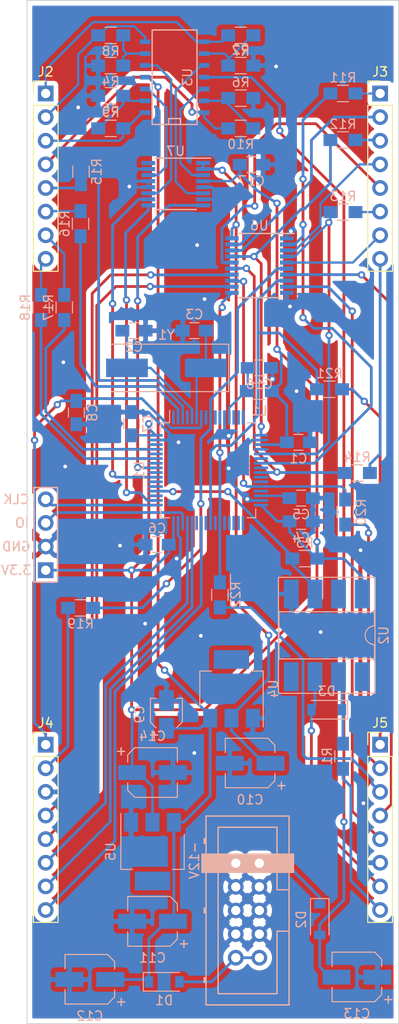
<source format=kicad_pcb>
(kicad_pcb (version 20171130) (host pcbnew "(5.1.4)-1")
  (layers (0 F.Cu signal) (31 B.Cu signal) (34 B.Paste user) (35 F.Paste user) (36 B.SilkS user) (37 F.SilkS user) (38 B.Mask user) (39 F.Mask user) (44 Edge.Cuts user))
  (net 0 "")
  (net 1 GATE1_LED_OUT)
  (net 2 GND)
  (net 3 GATE2_LED_OUT)
  (net 4 GATE3_LED_OUT)
  (net 5 GATE4_LED_OUT)
  (net 6 CV1_LED_OUT)
  (net 7 CV2_LED_OUT)
  (net 8 CV3_LED_OUT)
  (net 9 CV4_LED_OUT)
  (net 10 GATE5_LED_OUT)
  (net 11 GATE6_LED_OUT)
  (net 12 GATE7_LED_OUT)
  (net 13 GATE8_LED_OUT)
  (net 14 MIDI_VREF)
  (net 15 MIDI_DATA)
  (net 16 GATE8_OUT)
  (net 17 GATE7_OUT)
  (net 18 GATE6_OUT)
  (net 19 GATE5_OUT)
  (net 20 GATE1_OUT)
  (net 21 GATE2_OUT)
  (net 22 GATE3_OUT)
  (net 23 GATE4_OUT)
  (net 24 USB_DM)
  (net 25 USB_DP)
  (net 26 USB_VBUS)
  (net 27 CV1_OUT)
  (net 28 CV2_OUT)
  (net 29 CV3_OUT)
  (net 30 CV4_OUT)
  (net 31 +3V3)
  (net 32 "Net-(C2-Pad1)")
  (net 33 "Net-(C3-Pad1)")
  (net 34 "Net-(C5-Pad1)")
  (net 35 NRST)
  (net 36 VCC)
  (net 37 +5V)
  (net 38 VEE)
  (net 39 +3.3VA)
  (net 40 +12V)
  (net 41 -12V)
  (net 42 SWCLK)
  (net 43 SWDIO)
  (net 44 "Net-(D3-Pad1)")
  (net 45 "Net-(R2-Pad2)")
  (net 46 MIDI_RX)
  (net 47 "Net-(R4-Pad2)")
  (net 48 "Net-(R5-Pad2)")
  (net 49 "Net-(R10-Pad2)")
  (net 50 GATE1)
  (net 51 GATE2)
  (net 52 GATE3)
  (net 53 GATE4)
  (net 54 CV1_LED)
  (net 55 CV2_LED)
  (net 56 CV3_LED)
  (net 57 CV4_LED)
  (net 58 GATE5)
  (net 59 GATE6)
  (net 60 GATE7)
  (net 61 GATE8)
  (net 62 "Net-(U1-Pad1)")
  (net 63 "Net-(U1-Pad4)")
  (net 64 "Net-(U1-Pad8)")
  (net 65 "Net-(U1-Pad10)")
  (net 66 "Net-(U1-Pad14)")
  (net 67 "Net-(U1-Pad16)")
  (net 68 "Net-(U1-Pad20)")
  (net 69 "Net-(U1-Pad22)")
  (net 70 "Net-(U1-Pad24)")
  (net 71 "Net-(U1-Pad26)")
  (net 72 "Net-(U1-Pad29)")
  (net 73 "Net-(U1-Pad34)")
  (net 74 "Net-(U1-Pad36)")
  (net 75 "Net-(U1-Pad37)")
  (net 76 "Net-(U1-Pad39)")
  (net 77 "Net-(U1-Pad41)")
  (net 78 "Net-(U1-Pad43)")
  (net 79 DAC_NSS)
  (net 80 "Net-(U1-Pad51)")
  (net 81 "Net-(U1-Pad53)")
  (net 82 "Net-(U1-Pad54)")
  (net 83 DAC_SCK)
  (net 84 "Net-(U1-Pad56)")
  (net 85 DAC_MOSI)
  (net 86 "Net-(U1-Pad58)")
  (net 87 "Net-(U1-Pad60)")
  (net 88 "Net-(U1-Pad62)")
  (net 89 "Net-(U2-Pad4)")
  (net 90 "Net-(U2-Pad7)")
  (net 91 "Net-(U2-Pad1)")
  (net 92 DAC_3)
  (net 93 DAC_4)
  (net 94 DAC_2)
  (net 95 DAC_1)
  (net 96 "Net-(U7-Pad16)")
  (net 97 "Net-(U1-Pad27)")
  (net 98 "Net-(U1-Pad33)")
  (net 99 "Net-(U1-Pad35)")
  (net 100 "Net-(U1-Pad11)")
  (net 101 "Net-(U1-Pad15)")
  (module Housings_SSOP:TSSOP-20_4.4x6.5mm_Pitch0.65mm (layer B.Cu) (at 121 68.5 180)
    (fp_text reference U6 (at 0 4.3) (layer B.SilkS) (effects (justify mirror)))
    (fp_text value SN74HCT244)
    (pad 20 smd rect (at 2.95 2.925 180) (size 1.45 0.45) (layers B.Cu B.Paste B.Mask) (net 37 +5V))
    (pad 19 smd rect (at 2.95 2.275 180) (size 1.45 0.45) (layers B.Cu B.Paste B.Mask) (net 2 GND))
    (pad 18 smd rect (at 2.95 1.625 180) (size 1.45 0.45) (layers B.Cu B.Paste B.Mask) (net 20 GATE1_OUT))
    (pad 17 smd rect (at 2.95 0.975 180) (size 1.45 0.45) (layers B.Cu B.Paste B.Mask) (net 51 GATE2))
    (pad 16 smd rect (at 2.95 0.325 180) (size 1.45 0.45) (layers B.Cu B.Paste B.Mask) (net 22 GATE3_OUT))
    (pad 15 smd rect (at 2.95 -0.325 180) (size 1.45 0.45) (layers B.Cu B.Paste B.Mask) (net 53 GATE4))
    (pad 14 smd rect (at 2.95 -0.975 180) (size 1.45 0.45) (layers B.Cu B.Paste B.Mask) (net 19 GATE5_OUT))
    (pad 13 smd rect (at 2.95 -1.625 180) (size 1.45 0.45) (layers B.Cu B.Paste B.Mask) (net 59 GATE6))
    (pad 12 smd rect (at 2.95 -2.275 180) (size 1.45 0.45) (layers B.Cu B.Paste B.Mask) (net 17 GATE7_OUT))
    (pad 11 smd rect (at 2.95 -2.925 180) (size 1.45 0.45) (layers B.Cu B.Paste B.Mask) (net 61 GATE8))
    (pad 10 smd rect (at -2.95 -2.925 180) (size 1.45 0.45) (layers B.Cu B.Paste B.Mask) (net 2 GND))
    (pad 9 smd rect (at -2.95 -2.275 180) (size 1.45 0.45) (layers B.Cu B.Paste B.Mask) (net 16 GATE8_OUT))
    (pad 8 smd rect (at -2.95 -1.625 180) (size 1.45 0.45) (layers B.Cu B.Paste B.Mask) (net 60 GATE7))
    (pad 7 smd rect (at -2.95 -0.975 180) (size 1.45 0.45) (layers B.Cu B.Paste B.Mask) (net 18 GATE6_OUT))
    (pad 6 smd rect (at -2.95 -0.325 180) (size 1.45 0.45) (layers B.Cu B.Paste B.Mask) (net 58 GATE5))
    (pad 5 smd rect (at -2.95 0.325 180) (size 1.45 0.45) (layers B.Cu B.Paste B.Mask) (net 23 GATE4_OUT))
    (pad 4 smd rect (at -2.95 0.975 180) (size 1.45 0.45) (layers B.Cu B.Paste B.Mask) (net 52 GATE3))
    (pad 3 smd rect (at -2.95 1.625 180) (size 1.45 0.45) (layers B.Cu B.Paste B.Mask) (net 21 GATE2_OUT))
    (pad 2 smd rect (at -2.95 2.275 180) (size 1.45 0.45) (layers B.Cu B.Paste B.Mask) (net 50 GATE1))
    (pad 1 smd rect (at -2.95 2.925 180) (size 1.45 0.45) (layers B.Cu B.Paste B.Mask) (net 2 GND))
  )
  (module Resistors_SMD:R_0805_HandSoldering (layer B.Cu) (at 130 55 180)
    (fp_text reference R12 (at 0 1.7) (layer B.SilkS) (effects (justify mirror)))
    (fp_text value 100)
    (pad 1 smd rect (at -1.35 0 180) (size 1.5 1.3) (layers B.Cu B.Paste B.Mask) (net 3 GATE2_LED_OUT))
    (pad 2 smd rect (at 1.35 0 180) (size 1.5 1.3) (layers B.Cu B.Paste B.Mask) (net 51 GATE2))
  )
  (module Capacitors_SMD:C_0805_HandSoldering (layer B.Cu) (at 125.2 87.5)
    (fp_text reference C1 (at 0 1.75) (layer B.SilkS) (effects (justify mirror)))
    (fp_text value 100nF)
    (pad 2 smd rect (at 1.25 0) (size 1.5 1.25) (layers B.Cu B.Paste B.Mask) (net 2 GND))
    (pad 1 smd rect (at -1.25 0) (size 1.5 1.25) (layers B.Cu B.Paste B.Mask) (net 31 +3V3))
  )
  (module Capacitors_SMD:C_0805_HandSoldering (layer B.Cu) (at 107.5 75.5)
    (fp_text reference C2 (at 0 1.75) (layer B.SilkS) (effects (justify mirror)))
    (fp_text value 18pF)
    (pad 2 smd rect (at 1.25 0) (size 1.5 1.25) (layers B.Cu B.Paste B.Mask) (net 2 GND))
    (pad 1 smd rect (at -1.25 0) (size 1.5 1.25) (layers B.Cu B.Paste B.Mask) (net 32 "Net-(C2-Pad1)"))
  )
  (module Capacitors_SMD:C_0805_HandSoldering (layer B.Cu) (at 114 75.5 180)
    (fp_text reference C3 (at 0 1.75) (layer B.SilkS) (effects (justify mirror)))
    (fp_text value 18pF)
    (pad 2 smd rect (at 1.25 0 180) (size 1.5 1.25) (layers B.Cu B.Paste B.Mask) (net 2 GND))
    (pad 1 smd rect (at -1.25 0 180) (size 1.5 1.25) (layers B.Cu B.Paste B.Mask) (net 33 "Net-(C3-Pad1)"))
  )
  (module Capacitors_SMD:C_0805_HandSoldering (layer B.Cu) (at 125.5 96)
    (fp_text reference C4 (at 0 1.75) (layer B.SilkS) (effects (justify mirror)))
    (fp_text value 100nF)
    (pad 1 smd rect (at -1.25 0) (size 1.5 1.25) (layers B.Cu B.Paste B.Mask) (net 31 +3V3))
    (pad 2 smd rect (at 1.25 0) (size 1.5 1.25) (layers B.Cu B.Paste B.Mask) (net 2 GND))
  )
  (module Capacitors_SMD:C_0805_HandSoldering (layer B.Cu) (at 125.5 93.5)
    (fp_text reference C5 (at 0 1.75) (layer B.SilkS) (effects (justify mirror)))
    (fp_text value 2.2uF)
    (pad 2 smd rect (at 1.25 0) (size 1.5 1.25) (layers B.Cu B.Paste B.Mask) (net 2 GND))
    (pad 1 smd rect (at -1.25 0) (size 1.5 1.25) (layers B.Cu B.Paste B.Mask) (net 34 "Net-(C5-Pad1)"))
  )
  (module Capacitors_SMD:C_0805_HandSoldering (layer B.Cu) (at 110 98.5 180)
    (fp_text reference C6 (at 0 1.75) (layer B.SilkS) (effects (justify mirror)))
    (fp_text value 100nF)
    (pad 1 smd rect (at -1.25 0 180) (size 1.5 1.25) (layers B.Cu B.Paste B.Mask) (net 31 +3V3))
    (pad 2 smd rect (at 1.25 0 180) (size 1.5 1.25) (layers B.Cu B.Paste B.Mask) (net 2 GND))
  )
  (module Capacitors_SMD:C_0805_HandSoldering (layer B.Cu) (at 107.25 85.5 90)
    (fp_text reference C7 (at 0 1.75 90) (layer B.SilkS) (effects (justify mirror)))
    (fp_text value 100nF)
    (pad 2 smd rect (at 1.25 0 90) (size 1.5 1.25) (layers B.Cu B.Paste B.Mask) (net 2 GND))
    (pad 1 smd rect (at -1.25 0 90) (size 1.5 1.25) (layers B.Cu B.Paste B.Mask) (net 31 +3V3))
  )
  (module Capacitors_SMD:C_0805_HandSoldering (layer B.Cu) (at 101.3 84.3 90)
    (fp_text reference C8 (at 0 1.75 90) (layer B.SilkS) (effects (justify mirror)))
    (fp_text value 100nF)
    (pad 1 smd rect (at -1.25 0 90) (size 1.5 1.25) (layers B.Cu B.Paste B.Mask) (net 2 GND))
    (pad 2 smd rect (at 1.25 0 90) (size 1.5 1.25) (layers B.Cu B.Paste B.Mask) (net 35 NRST))
  )
  (module Capacitors_SMD:CP_Elec_3x5.3 (layer B.Cu) (at 111 116.75 90)
    (fp_text reference C9 (at 0 -2.9 90) (layer B.SilkS) (effects (justify mirror)))
    (fp_text value 10uF)
    (fp_text user + (at -2.22 -1.4 90) (layer B.SilkS) (effects (justify mirror)))
    (pad 1 smd rect (at -1.5 0 90) (size 2.2 1.6) (layers B.Cu B.Paste B.Mask) (net 36 VCC))
    (pad 2 smd rect (at 1.5 0 90) (size 2.2 1.6) (layers B.Cu B.Paste B.Mask) (net 2 GND))
  )
  (module Capacitors_SMD:CP_Elec_5x5.3 (layer B.Cu) (at 120 122 180)
    (fp_text reference C10 (at 0 -3.92) (layer B.SilkS) (effects (justify mirror)))
    (fp_text value 22uF)
    (fp_text user + (at -3.38 -2.34) (layer B.SilkS) (effects (justify mirror)))
    (pad 2 smd rect (at 2.2 0) (size 3 1.6) (layers B.Cu B.Paste B.Mask) (net 2 GND))
    (pad 1 smd rect (at -2.2 0) (size 3 1.6) (layers B.Cu B.Paste B.Mask) (net 37 +5V))
  )
  (module Capacitors_SMD:CP_Elec_5x5.8 (layer B.Cu) (at 109.5 139 180)
    (fp_text reference C11 (at 0 -3.92) (layer B.SilkS) (effects (justify mirror)))
    (fp_text value 47uF)
    (fp_text user + (at -3.38 -2.35) (layer B.SilkS) (effects (justify mirror)))
    (pad 2 smd rect (at 2.2 0) (size 3 1.6) (layers B.Cu B.Paste B.Mask) (net 2 GND))
    (pad 1 smd rect (at -2.2 0) (size 3 1.6) (layers B.Cu B.Paste B.Mask) (net 36 VCC))
  )
  (module Capacitors_SMD:CP_Elec_5x5.3 (layer B.Cu) (at 102.75 145.25 180)
    (fp_text reference C12 (at 0 -3.92) (layer B.SilkS) (effects (justify mirror)))
    (fp_text value 22uF)
    (fp_text user + (at -3.38 -2.34) (layer B.SilkS) (effects (justify mirror)))
    (pad 2 smd rect (at 2.2 0) (size 3 1.6) (layers B.Cu B.Paste B.Mask) (net 2 GND))
    (pad 1 smd rect (at -2.2 0) (size 3 1.6) (layers B.Cu B.Paste B.Mask) (net 36 VCC))
  )
  (module Capacitors_SMD:CP_Elec_5x5.3 (layer B.Cu) (at 131.5 145 180)
    (fp_text reference C13 (at 0 -3.92) (layer B.SilkS) (effects (justify mirror)))
    (fp_text value 22uF)
    (fp_text user + (at -3.38 -2.34) (layer B.SilkS) (effects (justify mirror)))
    (pad 1 smd rect (at -2.2 0) (size 3 1.6) (layers B.Cu B.Paste B.Mask) (net 2 GND))
    (pad 2 smd rect (at 2.2 0) (size 3 1.6) (layers B.Cu B.Paste B.Mask) (net 38 VEE))
  )
  (module Capacitors_SMD:CP_Elec_5x5.8 (layer B.Cu) (at 109.5 123)
    (fp_text reference C14 (at 0 -3.92) (layer B.SilkS) (effects (justify mirror)))
    (fp_text value 47uF)
    (fp_text user + (at -3.38 -2.35) (layer B.SilkS) (effects (justify mirror)))
    (pad 1 smd rect (at -2.2 0 180) (size 3 1.6) (layers B.Cu B.Paste B.Mask) (net 31 +3V3))
    (pad 2 smd rect (at 2.2 0 180) (size 3 1.6) (layers B.Cu B.Paste B.Mask) (net 2 GND))
  )
  (module Capacitors_SMD:C_0805_HandSoldering (layer B.Cu) (at 121 79.5)
    (fp_text reference C16 (at 0 1.75) (layer B.SilkS) (effects (justify mirror)))
    (fp_text value 100nF)
    (pad 1 smd rect (at -1.25 0) (size 1.5 1.25) (layers B.Cu B.Paste B.Mask) (net 39 +3.3VA))
    (pad 2 smd rect (at 1.25 0) (size 1.5 1.25) (layers B.Cu B.Paste B.Mask) (net 2 GND))
  )
  (module Capacitors_SMD:C_0805_HandSoldering (layer B.Cu) (at 120.15 57.65)
    (fp_text reference C17 (at 0 1.75) (layer B.SilkS) (effects (justify mirror)))
    (fp_text value 100nF)
    (pad 2 smd rect (at 1.25 0) (size 1.5 1.25) (layers B.Cu B.Paste B.Mask) (net 2 GND))
    (pad 1 smd rect (at -1.25 0) (size 1.5 1.25) (layers B.Cu B.Paste B.Mask) (net 31 +3V3))
  )
  (module Diodes_SMD:D_SOD-123 (layer B.Cu) (at 110.75 145.5)
    (fp_text reference D1 (at 0 2) (layer B.SilkS) (effects (justify mirror)))
    (fp_text value 1N5819)
    (pad 2 smd rect (at 1.65 0) (size 0.9 1.2) (layers B.Cu B.Paste B.Mask) (net 40 +12V))
    (pad 1 smd rect (at -1.65 0) (size 0.9 1.2) (layers B.Cu B.Paste B.Mask) (net 36 VCC))
  )
  (module Diodes_SMD:D_SOD-123 (layer B.Cu) (at 127.5 138.8 270)
    (fp_text reference D2 (at 0 2 90) (layer B.SilkS) (effects (justify mirror)))
    (fp_text value 1N5819)
    (pad 1 smd rect (at -1.65 0 270) (size 0.9 1.2) (layers B.Cu B.Paste B.Mask) (net 41 -12V))
    (pad 2 smd rect (at 1.65 0 270) (size 0.9 1.2) (layers B.Cu B.Paste B.Mask) (net 38 VEE))
  )
  (module Custom_Footprints:SWD_header (layer B.Cu) (at 98 101.25 90)
    (fp_text reference J1 hide)
    (fp_text value SWD_Header)
    (fp_text user 3.3V (at 0 -3.175 180) (layer B.SilkS) (effects (justify mirror)))
    (fp_text user GND (at 2.54 -3.175 180) (layer B.SilkS) (effects (justify mirror)))
    (fp_text user IO (at 5.08 -2.54 180) (layer B.SilkS) (effects (justify mirror)))
    (fp_text user CLK (at 7.62 -3.175 180) (layer B.SilkS) (effects (justify mirror)))
    (pad 4 thru_hole circle (at 7.62 0 90) (size 1.7 1.7) (drill 1) (layers *.Cu *.Mask) (net 42 SWCLK))
    (pad 3 thru_hole circle (at 5.08 0 90) (size 1.7 1.7) (drill 1) (layers *.Cu *.Mask) (net 43 SWDIO))
    (pad 2 thru_hole circle (at 2.54 0 90) (size 1.7 1.7) (drill 1) (layers *.Cu *.Mask) (net 2 GND))
    (pad 1 thru_hole rect (at 0 0 90) (size 1.7 1.7) (drill 1) (layers *.Cu *.Mask) (net 31 +3V3))
  )
  (module Socket_Strips:Socket_Strip_Straight_1x08_Pitch2.54mm (layer F.Cu) (at 98 50)
    (fp_text reference J2 (at 0 -2.33) (layer F.SilkS))
    (fp_text value Conn_01x08_Male hide)
    (pad 1 thru_hole rect (at 0 0) (size 1.7 1.7) (drill 1) (layers *.Cu *.Mask) (net 27 CV1_OUT))
    (pad 2 thru_hole oval (at 0 2.54) (size 1.7 1.7) (drill 1) (layers *.Cu *.Mask) (net 28 CV2_OUT))
    (pad 3 thru_hole oval (at 0 5.08) (size 1.7 1.7) (drill 1) (layers *.Cu *.Mask) (net 29 CV3_OUT))
    (pad 4 thru_hole oval (at 0 7.62) (size 1.7 1.7) (drill 1) (layers *.Cu *.Mask) (net 30 CV4_OUT))
    (pad 5 thru_hole oval (at 0 10.16) (size 1.7 1.7) (drill 1) (layers *.Cu *.Mask) (net 6 CV1_LED_OUT))
    (pad 6 thru_hole oval (at 0 12.7) (size 1.7 1.7) (drill 1) (layers *.Cu *.Mask) (net 7 CV2_LED_OUT))
    (pad 7 thru_hole oval (at 0 15.24) (size 1.7 1.7) (drill 1) (layers *.Cu *.Mask) (net 8 CV3_LED_OUT))
    (pad 8 thru_hole oval (at 0 17.78) (size 1.7 1.7) (drill 1) (layers *.Cu *.Mask) (net 9 CV4_LED_OUT))
  )
  (module Socket_Strips:Socket_Strip_Straight_1x08_Pitch2.54mm (layer F.Cu) (at 134 50)
    (fp_text reference J3 (at 0 -2.33) (layer F.SilkS))
    (fp_text value Conn_01x08_Male hide)
    (pad 8 thru_hole oval (at 0 17.78) (size 1.7 1.7) (drill 1) (layers *.Cu *.Mask) (net 5 GATE4_LED_OUT))
    (pad 7 thru_hole oval (at 0 15.24) (size 1.7 1.7) (drill 1) (layers *.Cu *.Mask) (net 23 GATE4_OUT))
    (pad 6 thru_hole oval (at 0 12.7) (size 1.7 1.7) (drill 1) (layers *.Cu *.Mask) (net 4 GATE3_LED_OUT))
    (pad 5 thru_hole oval (at 0 10.16) (size 1.7 1.7) (drill 1) (layers *.Cu *.Mask) (net 22 GATE3_OUT))
    (pad 4 thru_hole oval (at 0 7.62) (size 1.7 1.7) (drill 1) (layers *.Cu *.Mask) (net 21 GATE2_OUT))
    (pad 3 thru_hole oval (at 0 5.08) (size 1.7 1.7) (drill 1) (layers *.Cu *.Mask) (net 3 GATE2_LED_OUT))
    (pad 2 thru_hole oval (at 0 2.54) (size 1.7 1.7) (drill 1) (layers *.Cu *.Mask) (net 20 GATE1_OUT))
    (pad 1 thru_hole rect (at 0 0) (size 1.7 1.7) (drill 1) (layers *.Cu *.Mask) (net 1 GATE1_LED_OUT))
  )
  (module Socket_Strips:Socket_Strip_Straight_1x08_Pitch2.54mm (layer F.Cu) (at 98 120)
    (fp_text reference J4 (at 0 -2.33) (layer F.SilkS))
    (fp_text value Conn_01x08_Male hide)
    (pad 1 thru_hole rect (at 0 0) (size 1.7 1.7) (drill 1) (layers *.Cu *.Mask) (net 35 NRST))
    (pad 2 thru_hole oval (at 0 2.54) (size 1.7 1.7) (drill 1) (layers *.Cu *.Mask) (net 10 GATE5_LED_OUT))
    (pad 3 thru_hole oval (at 0 5.08) (size 1.7 1.7) (drill 1) (layers *.Cu *.Mask) (net 2 GND))
    (pad 4 thru_hole oval (at 0 7.62) (size 1.7 1.7) (drill 1) (layers *.Cu *.Mask) (net 19 GATE5_OUT))
    (pad 5 thru_hole oval (at 0 10.16) (size 1.7 1.7) (drill 1) (layers *.Cu *.Mask) (net 17 GATE7_OUT))
    (pad 6 thru_hole oval (at 0 12.7) (size 1.7 1.7) (drill 1) (layers *.Cu *.Mask) (net 25 USB_DP))
    (pad 7 thru_hole oval (at 0 15.24) (size 1.7 1.7) (drill 1) (layers *.Cu *.Mask) (net 24 USB_DM))
    (pad 8 thru_hole oval (at 0 17.78) (size 1.7 1.7) (drill 1) (layers *.Cu *.Mask) (net 26 USB_VBUS))
  )
  (module Socket_Strips:Socket_Strip_Straight_1x08_Pitch2.54mm (layer F.Cu) (at 134 120)
    (fp_text reference J5 (at 0 -2.33) (layer F.SilkS))
    (fp_text value Conn_01x08_Male hide)
    (pad 8 thru_hole oval (at 0 17.78) (size 1.7 1.7) (drill 1) (layers *.Cu *.Mask) (net 14 MIDI_VREF))
    (pad 7 thru_hole oval (at 0 15.24) (size 1.7 1.7) (drill 1) (layers *.Cu *.Mask) (net 15 MIDI_DATA))
    (pad 6 thru_hole oval (at 0 12.7) (size 1.7 1.7) (drill 1) (layers *.Cu *.Mask) (net 2 GND))
    (pad 5 thru_hole oval (at 0 10.16) (size 1.7 1.7) (drill 1) (layers *.Cu *.Mask) (net 16 GATE8_OUT))
    (pad 4 thru_hole oval (at 0 7.62) (size 1.7 1.7) (drill 1) (layers *.Cu *.Mask) (net 18 GATE6_OUT))
    (pad 3 thru_hole oval (at 0 5.08) (size 1.7 1.7) (drill 1) (layers *.Cu *.Mask) (net 13 GATE8_LED_OUT))
    (pad 2 thru_hole oval (at 0 2.54) (size 1.7 1.7) (drill 1) (layers *.Cu *.Mask) (net 11 GATE6_LED_OUT))
    (pad 1 thru_hole rect (at 0 0) (size 1.7 1.7) (drill 1) (layers *.Cu *.Mask) (net 12 GATE7_LED_OUT))
  )
  (module Custom_Footprints:Eurorack_10_pin_header (layer B.Cu) (at 121 132.75 270)
    (fp_text reference J9 hide)
    (fp_text value Eurorack_10_pin_power)
    (fp_text user -12V (at -0.3 7 90) (layer B.SilkS) (effects (justify mirror)))
    (pad 1 thru_hole rect (at 0 0 270) (size 1.7 1.7) (drill 1) (layers *.Cu *.Mask) (net 41 -12V))
    (pad 2 thru_hole circle (at 0 2.54 270) (size 1.7 1.7) (drill 1) (layers *.Cu *.Mask) (net 41 -12V))
    (pad 3 thru_hole circle (at 2.54 0 270) (size 1.7 1.7) (drill 1) (layers *.Cu *.Mask) (net 2 GND))
    (pad 4 thru_hole circle (at 2.54 2.54 270) (size 1.7 1.7) (drill 1) (layers *.Cu *.Mask) (net 2 GND))
    (pad 5 thru_hole circle (at 5.08 0 270) (size 1.7 1.7) (drill 1) (layers *.Cu *.Mask) (net 2 GND))
    (pad 6 thru_hole circle (at 5.08 2.54 270) (size 1.7 1.7) (drill 1) (layers *.Cu *.Mask) (net 2 GND))
    (pad 7 thru_hole circle (at 7.62 0 270) (size 1.7 1.7) (drill 1) (layers *.Cu *.Mask) (net 2 GND))
    (pad 8 thru_hole circle (at 7.62 2.54 270) (size 1.7 1.7) (drill 1) (layers *.Cu *.Mask) (net 2 GND))
    (pad 9 thru_hole circle (at 10.16 0 270) (size 1.7 1.7) (drill 1) (layers *.Cu *.Mask) (net 40 +12V))
    (pad 10 thru_hole circle (at 10.16 2.54 270) (size 1.7 1.7) (drill 1) (layers *.Cu *.Mask) (net 40 +12V))
  )
  (module Inductors_SMD:L_0805_HandSoldering (layer B.Cu) (at 121 82)
    (fp_text reference L1 (at 0 2.1) (layer B.SilkS) (effects (justify mirror)))
    (fp_text value L)
    (pad 2 smd rect (at 1.35 0) (size 1.5 1.3) (layers B.Cu B.Paste B.Mask) (net 31 +3V3))
    (pad 1 smd rect (at -1.35 0) (size 1.5 1.3) (layers B.Cu B.Paste B.Mask) (net 39 +3.3VA))
  )
  (module Resistors_SMD:R_0805_HandSoldering (layer B.Cu) (at 130 121.25 270)
    (fp_text reference R1 (at 0 1.7 90) (layer B.SilkS) (effects (justify mirror)))
    (fp_text value 220)
    (pad 2 smd rect (at 1.35 0 270) (size 1.5 1.3) (layers B.Cu B.Paste B.Mask) (net 14 MIDI_VREF))
    (pad 1 smd rect (at -1.35 0 270) (size 1.5 1.3) (layers B.Cu B.Paste B.Mask) (net 44 "Net-(D3-Pad1)"))
  )
  (module Resistors_SMD:R_0805_HandSoldering (layer B.Cu) (at 119 47 180)
    (fp_text reference R2 (at 0 1.7) (layer B.SilkS) (effects (justify mirror)))
    (fp_text value 10k)
    (pad 1 smd rect (at -1.35 0 180) (size 1.5 1.3) (layers B.Cu B.Paste B.Mask) (net 2 GND))
    (pad 2 smd rect (at 1.35 0 180) (size 1.5 1.3) (layers B.Cu B.Paste B.Mask) (net 45 "Net-(R2-Pad2)"))
  )
  (module Resistors_SMD:R_0805_HandSoldering (layer B.Cu) (at 125.9 100 180)
    (fp_text reference R3 (at 0 1.7) (layer B.SilkS) (effects (justify mirror)))
    (fp_text value 10k)
    (pad 1 smd rect (at -1.35 0 180) (size 1.5 1.3) (layers B.Cu B.Paste B.Mask) (net 31 +3V3))
    (pad 2 smd rect (at 1.35 0 180) (size 1.5 1.3) (layers B.Cu B.Paste B.Mask) (net 46 MIDI_RX))
  )
  (module Resistors_SMD:R_0805_HandSoldering (layer B.Cu) (at 105 47)
    (fp_text reference R4 (at 0 1.7) (layer B.SilkS) (effects (justify mirror)))
    (fp_text value 10k)
    (pad 2 smd rect (at 1.35 0) (size 1.5 1.3) (layers B.Cu B.Paste B.Mask) (net 47 "Net-(R4-Pad2)"))
    (pad 1 smd rect (at -1.35 0) (size 1.5 1.3) (layers B.Cu B.Paste B.Mask) (net 2 GND))
  )
  (module Resistors_SMD:R_0805_HandSoldering (layer B.Cu) (at 105 50.25)
    (fp_text reference R5 (at 0 1.7) (layer B.SilkS) (effects (justify mirror)))
    (fp_text value 10k)
    (pad 2 smd rect (at 1.35 0) (size 1.5 1.3) (layers B.Cu B.Paste B.Mask) (net 48 "Net-(R5-Pad2)"))
    (pad 1 smd rect (at -1.35 0) (size 1.5 1.3) (layers B.Cu B.Paste B.Mask) (net 2 GND))
  )
  (module Resistors_SMD:R_0805_HandSoldering (layer B.Cu) (at 119 50.5 180)
    (fp_text reference R6 (at 0 1.7) (layer B.SilkS) (effects (justify mirror)))
    (fp_text value 10k)
    (pad 1 smd rect (at -1.35 0 180) (size 1.5 1.3) (layers B.Cu B.Paste B.Mask) (net 2 GND))
    (pad 2 smd rect (at 1.35 0 180) (size 1.5 1.3) (layers B.Cu B.Paste B.Mask) (net 49 "Net-(R10-Pad2)"))
  )
  (module Resistors_SMD:R_0805_HandSoldering (layer B.Cu) (at 119 43.75)
    (fp_text reference R7 (at 0 1.7) (layer B.SilkS) (effects (justify mirror)))
    (fp_text value 2k)
    (pad 2 smd rect (at 1.35 0) (size 1.5 1.3) (layers B.Cu B.Paste B.Mask) (net 45 "Net-(R2-Pad2)"))
    (pad 1 smd rect (at -1.35 0) (size 1.5 1.3) (layers B.Cu B.Paste B.Mask) (net 27 CV1_OUT))
  )
  (module Resistors_SMD:R_0805_HandSoldering (layer B.Cu) (at 105 43.75)
    (fp_text reference R8 (at 0 1.7) (layer B.SilkS) (effects (justify mirror)))
    (fp_text value 2k)
    (pad 1 smd rect (at -1.35 0) (size 1.5 1.3) (layers B.Cu B.Paste B.Mask) (net 28 CV2_OUT))
    (pad 2 smd rect (at 1.35 0) (size 1.5 1.3) (layers B.Cu B.Paste B.Mask) (net 47 "Net-(R4-Pad2)"))
  )
  (module Resistors_SMD:R_0805_HandSoldering (layer B.Cu) (at 105 53.75 180)
    (fp_text reference R9 (at 0 1.7) (layer B.SilkS) (effects (justify mirror)))
    (fp_text value 2k)
    (pad 2 smd rect (at 1.35 0 180) (size 1.5 1.3) (layers B.Cu B.Paste B.Mask) (net 48 "Net-(R5-Pad2)"))
    (pad 1 smd rect (at -1.35 0 180) (size 1.5 1.3) (layers B.Cu B.Paste B.Mask) (net 29 CV3_OUT))
  )
  (module Resistors_SMD:R_0805_HandSoldering (layer B.Cu) (at 119 53.75)
    (fp_text reference R10 (at 0 1.7) (layer B.SilkS) (effects (justify mirror)))
    (fp_text value 2k)
    (pad 2 smd rect (at 1.35 0) (size 1.5 1.3) (layers B.Cu B.Paste B.Mask) (net 49 "Net-(R10-Pad2)"))
    (pad 1 smd rect (at -1.35 0) (size 1.5 1.3) (layers B.Cu B.Paste B.Mask) (net 30 CV4_OUT))
  )
  (module Resistors_SMD:R_0805_HandSoldering (layer B.Cu) (at 130 50 180)
    (fp_text reference R11 (at 0 1.7) (layer B.SilkS) (effects (justify mirror)))
    (fp_text value 100)
    (pad 1 smd rect (at -1.35 0 180) (size 1.5 1.3) (layers B.Cu B.Paste B.Mask) (net 1 GATE1_LED_OUT))
    (pad 2 smd rect (at 1.35 0 180) (size 1.5 1.3) (layers B.Cu B.Paste B.Mask) (net 50 GATE1))
  )
  (module Resistors_SMD:R_0805_HandSoldering (layer B.Cu) (at 130 62.75 180)
    (fp_text reference R13 (at 0 1.7) (layer B.SilkS) (effects (justify mirror)))
    (fp_text value 100)
    (pad 2 smd rect (at 1.35 0 180) (size 1.5 1.3) (layers B.Cu B.Paste B.Mask) (net 52 GATE3))
    (pad 1 smd rect (at -1.35 0 180) (size 1.5 1.3) (layers B.Cu B.Paste B.Mask) (net 4 GATE3_LED_OUT))
  )
  (module Resistors_SMD:R_0805_HandSoldering (layer B.Cu) (at 131.55 90.8 180)
    (fp_text reference R14 (at 0 1.7) (layer B.SilkS) (effects (justify mirror)))
    (fp_text value 100)
    (pad 1 smd rect (at -1.35 0 180) (size 1.5 1.3) (layers B.Cu B.Paste B.Mask) (net 5 GATE4_LED_OUT))
    (pad 2 smd rect (at 1.35 0 180) (size 1.5 1.3) (layers B.Cu B.Paste B.Mask) (net 53 GATE4))
  )
  (module Resistors_SMD:R_0805_HandSoldering (layer B.Cu) (at 101.8 58.4 90)
    (fp_text reference R15 (at 0 1.7 90) (layer B.SilkS) (effects (justify mirror)))
    (fp_text value 100)
    (pad 1 smd rect (at -1.35 0 90) (size 1.5 1.3) (layers B.Cu B.Paste B.Mask) (net 6 CV1_LED_OUT))
    (pad 2 smd rect (at 1.35 0 90) (size 1.5 1.3) (layers B.Cu B.Paste B.Mask) (net 54 CV1_LED))
  )
  (module Resistors_SMD:R_0805_HandSoldering (layer B.Cu) (at 101.75 64 270)
    (fp_text reference R16 (at 0 1.7 90) (layer B.SilkS) (effects (justify mirror)))
    (fp_text value 100)
    (pad 2 smd rect (at 1.35 0 270) (size 1.5 1.3) (layers B.Cu B.Paste B.Mask) (net 55 CV2_LED))
    (pad 1 smd rect (at -1.35 0 270) (size 1.5 1.3) (layers B.Cu B.Paste B.Mask) (net 7 CV2_LED_OUT))
  )
  (module Resistors_SMD:R_0805_HandSoldering (layer B.Cu) (at 100 73 270)
    (fp_text reference R17 (at 0 1.7 90) (layer B.SilkS) (effects (justify mirror)))
    (fp_text value 100)
    (pad 2 smd rect (at 1.35 0 270) (size 1.5 1.3) (layers B.Cu B.Paste B.Mask) (net 56 CV3_LED))
    (pad 1 smd rect (at -1.35 0 270) (size 1.5 1.3) (layers B.Cu B.Paste B.Mask) (net 8 CV3_LED_OUT))
  )
  (module Resistors_SMD:R_0805_HandSoldering (layer B.Cu) (at 97.5 73 270)
    (fp_text reference R18 (at 0 1.7 90) (layer B.SilkS) (effects (justify mirror)))
    (fp_text value 100)
    (pad 1 smd rect (at -1.35 0 270) (size 1.5 1.3) (layers B.Cu B.Paste B.Mask) (net 9 CV4_LED_OUT))
    (pad 2 smd rect (at 1.35 0 270) (size 1.5 1.3) (layers B.Cu B.Paste B.Mask) (net 57 CV4_LED))
  )
  (module Resistors_SMD:R_0805_HandSoldering (layer B.Cu) (at 101.75 105.3)
    (fp_text reference R19 (at 0 1.7) (layer B.SilkS) (effects (justify mirror)))
    (fp_text value 100)
    (pad 2 smd rect (at 1.35 0) (size 1.5 1.3) (layers B.Cu B.Paste B.Mask) (net 58 GATE5))
    (pad 1 smd rect (at -1.35 0) (size 1.5 1.3) (layers B.Cu B.Paste B.Mask) (net 10 GATE5_LED_OUT))
  )
  (module Resistors_SMD:R_0805_HandSoldering (layer B.Cu) (at 130.25 95 90)
    (fp_text reference R20 (at 0 1.7 90) (layer B.SilkS) (effects (justify mirror)))
    (fp_text value 100)
    (pad 1 smd rect (at -1.35 0 90) (size 1.5 1.3) (layers B.Cu B.Paste B.Mask) (net 11 GATE6_LED_OUT))
    (pad 2 smd rect (at 1.35 0 90) (size 1.5 1.3) (layers B.Cu B.Paste B.Mask) (net 59 GATE6))
  )
  (module Resistors_SMD:R_0805_HandSoldering (layer B.Cu) (at 128.55 81.8 180)
    (fp_text reference R21 (at 0 1.7) (layer B.SilkS) (effects (justify mirror)))
    (fp_text value 100)
    (pad 1 smd rect (at -1.35 0 180) (size 1.5 1.3) (layers B.Cu B.Paste B.Mask) (net 12 GATE7_LED_OUT))
    (pad 2 smd rect (at 1.35 0 180) (size 1.5 1.3) (layers B.Cu B.Paste B.Mask) (net 60 GATE7))
  )
  (module Resistors_SMD:R_0805_HandSoldering (layer B.Cu) (at 116.75 103.9 90)
    (fp_text reference R22 (at 0 1.7 90) (layer B.SilkS) (effects (justify mirror)))
    (fp_text value 100)
    (pad 2 smd rect (at 1.35 0 90) (size 1.5 1.3) (layers B.Cu B.Paste B.Mask) (net 61 GATE8))
    (pad 1 smd rect (at -1.35 0 90) (size 1.5 1.3) (layers B.Cu B.Paste B.Mask) (net 13 GATE8_LED_OUT))
  )
  (module Package_QFP:LQFP-64_10x10mm_P0.5mm (layer B.Cu) (at 115.5 90.5 270)
    (fp_text reference U1 (at 0 7.4 90) (layer B.SilkS) (effects (justify mirror)))
    (fp_text value STM32F446RETx)
    (pad 1 smd roundrect (at -5.675 3.75 270) (size 1.55 0.3) (layers B.Cu B.Paste B.Mask) (net 62 "Net-(U1-Pad1)"))
    (pad 2 smd roundrect (at -5.675 3.25 270) (size 1.55 0.3) (layers B.Cu B.Paste B.Mask) (net 55 CV2_LED))
    (pad 3 smd roundrect (at -5.675 2.75 270) (size 1.55 0.3) (layers B.Cu B.Paste B.Mask) (net 54 CV1_LED))
    (pad 4 smd roundrect (at -5.675 2.25 270) (size 1.55 0.3) (layers B.Cu B.Paste B.Mask) (net 63 "Net-(U1-Pad4)"))
    (pad 5 smd roundrect (at -5.675 1.75 270) (size 1.55 0.3) (layers B.Cu B.Paste B.Mask) (net 32 "Net-(C2-Pad1)"))
    (pad 6 smd roundrect (at -5.675 1.25 270) (size 1.55 0.3) (layers B.Cu B.Paste B.Mask) (net 33 "Net-(C3-Pad1)"))
    (pad 7 smd roundrect (at -5.675 0.75 270) (size 1.55 0.3) (layers B.Cu B.Paste B.Mask) (net 35 NRST))
    (pad 8 smd roundrect (at -5.675 0.25 270) (size 1.55 0.3) (layers B.Cu B.Paste B.Mask) (net 64 "Net-(U1-Pad8)"))
    (pad 9 smd roundrect (at -5.675 -0.25 270) (size 1.55 0.3) (layers B.Cu B.Paste B.Mask) (net 58 GATE5))
    (pad 10 smd roundrect (at -5.675 -0.75 270) (size 1.55 0.3) (layers B.Cu B.Paste B.Mask) (net 65 "Net-(U1-Pad10)"))
    (pad 11 smd roundrect (at -5.675 -1.25 270) (size 1.55 0.3) (layers B.Cu B.Paste B.Mask) (net 100 "Net-(U1-Pad11)"))
    (pad 12 smd roundrect (at -5.675 -1.75 270) (size 1.55 0.3) (layers B.Cu B.Paste B.Mask) (net 2 GND))
    (pad 13 smd roundrect (at -5.675 -2.25 270) (size 1.55 0.3) (layers B.Cu B.Paste B.Mask) (net 39 +3.3VA))
    (pad 14 smd roundrect (at -5.675 -2.75 270) (size 1.55 0.3) (layers B.Cu B.Paste B.Mask) (net 66 "Net-(U1-Pad14)"))
    (pad 15 smd roundrect (at -5.675 -3.25 270) (size 1.55 0.3) (layers B.Cu B.Paste B.Mask) (net 101 "Net-(U1-Pad15)"))
    (pad 16 smd roundrect (at -5.675 -3.75 270) (size 1.55 0.3) (layers B.Cu B.Paste B.Mask) (net 67 "Net-(U1-Pad16)"))
    (pad 17 smd roundrect (at -3.75 -5.675 270) (size 0.3 1.55) (layers B.Cu B.Paste B.Mask) (net 51 GATE2))
    (pad 18 smd roundrect (at -3.25 -5.675 270) (size 0.3 1.55) (layers B.Cu B.Paste B.Mask) (net 2 GND))
    (pad 19 smd roundrect (at -2.75 -5.675 270) (size 0.3 1.55) (layers B.Cu B.Paste B.Mask) (net 31 +3V3))
    (pad 20 smd roundrect (at -2.25 -5.675 270) (size 0.3 1.55) (layers B.Cu B.Paste B.Mask) (net 68 "Net-(U1-Pad20)"))
    (pad 21 smd roundrect (at -1.75 -5.675 270) (size 0.3 1.55) (layers B.Cu B.Paste B.Mask) (net 52 GATE3))
    (pad 22 smd roundrect (at -1.25 -5.675 270) (size 0.3 1.55) (layers B.Cu B.Paste B.Mask) (net 69 "Net-(U1-Pad22)"))
    (pad 23 smd roundrect (at -0.75 -5.675 270) (size 0.3 1.55) (layers B.Cu B.Paste B.Mask) (net 50 GATE1))
    (pad 24 smd roundrect (at -0.25 -5.675 270) (size 0.3 1.55) (layers B.Cu B.Paste B.Mask) (net 70 "Net-(U1-Pad24)"))
    (pad 25 smd roundrect (at 0.25 -5.675 270) (size 0.3 1.55) (layers B.Cu B.Paste B.Mask) (net 53 GATE4))
    (pad 26 smd roundrect (at 0.75 -5.675 270) (size 0.3 1.55) (layers B.Cu B.Paste B.Mask) (net 71 "Net-(U1-Pad26)"))
    (pad 27 smd roundrect (at 1.25 -5.675 270) (size 0.3 1.55) (layers B.Cu B.Paste B.Mask) (net 97 "Net-(U1-Pad27)"))
    (pad 28 smd roundrect (at 1.75 -5.675 270) (size 0.3 1.55) (layers B.Cu B.Paste B.Mask) (net 59 GATE6))
    (pad 29 smd roundrect (at 2.25 -5.675 270) (size 0.3 1.55) (layers B.Cu B.Paste B.Mask) (net 72 "Net-(U1-Pad29)"))
    (pad 30 smd roundrect (at 2.75 -5.675 270) (size 0.3 1.55) (layers B.Cu B.Paste B.Mask) (net 34 "Net-(C5-Pad1)"))
    (pad 31 smd roundrect (at 3.25 -5.675 270) (size 0.3 1.55) (layers B.Cu B.Paste B.Mask) (net 2 GND))
    (pad 32 smd roundrect (at 3.75 -5.675 270) (size 0.3 1.55) (layers B.Cu B.Paste B.Mask) (net 31 +3V3))
    (pad 33 smd roundrect (at 5.675 -3.75 270) (size 1.55 0.3) (layers B.Cu B.Paste B.Mask) (net 98 "Net-(U1-Pad33)"))
    (pad 34 smd roundrect (at 5.675 -3.25 270) (size 1.55 0.3) (layers B.Cu B.Paste B.Mask) (net 73 "Net-(U1-Pad34)"))
    (pad 35 smd roundrect (at 5.675 -2.75 270) (size 1.55 0.3) (layers B.Cu B.Paste B.Mask) (net 99 "Net-(U1-Pad35)"))
    (pad 36 smd roundrect (at 5.675 -2.25 270) (size 1.55 0.3) (layers B.Cu B.Paste B.Mask) (net 74 "Net-(U1-Pad36)"))
    (pad 37 smd roundrect (at 5.675 -1.75 270) (size 1.55 0.3) (layers B.Cu B.Paste B.Mask) (net 75 "Net-(U1-Pad37)"))
    (pad 38 smd roundrect (at 5.675 -1.25 270) (size 1.55 0.3) (layers B.Cu B.Paste B.Mask) (net 61 GATE8))
    (pad 39 smd roundrect (at 5.675 -0.75 270) (size 1.55 0.3) (layers B.Cu B.Paste B.Mask) (net 76 "Net-(U1-Pad39)"))
    (pad 40 smd roundrect (at 5.675 -0.25 270) (size 1.55 0.3) (layers B.Cu B.Paste B.Mask) (net 60 GATE7))
    (pad 41 smd roundrect (at 5.675 0.25 270) (size 1.55 0.3) (layers B.Cu B.Paste B.Mask) (net 77 "Net-(U1-Pad41)"))
    (pad 42 smd roundrect (at 5.675 0.75 270) (size 1.55 0.3) (layers B.Cu B.Paste B.Mask) (net 26 USB_VBUS))
    (pad 43 smd roundrect (at 5.675 1.25 270) (size 1.55 0.3) (layers B.Cu B.Paste B.Mask) (net 78 "Net-(U1-Pad43)"))
    (pad 44 smd roundrect (at 5.675 1.75 270) (size 1.55 0.3) (layers B.Cu B.Paste B.Mask) (net 24 USB_DM))
    (pad 45 smd roundrect (at 5.675 2.25 270) (size 1.55 0.3) (layers B.Cu B.Paste B.Mask) (net 25 USB_DP))
    (pad 46 smd roundrect (at 5.675 2.75 270) (size 1.55 0.3) (layers B.Cu B.Paste B.Mask) (net 43 SWDIO))
    (pad 47 smd roundrect (at 5.675 3.25 270) (size 1.55 0.3) (layers B.Cu B.Paste B.Mask) (net 2 GND))
    (pad 48 smd roundrect (at 5.675 3.75 270) (size 1.55 0.3) (layers B.Cu B.Paste B.Mask) (net 31 +3V3))
    (pad 49 smd roundrect (at 3.75 5.675 270) (size 0.3 1.55) (layers B.Cu B.Paste B.Mask) (net 42 SWCLK))
    (pad 50 smd roundrect (at 3.25 5.675 270) (size 0.3 1.55) (layers B.Cu B.Paste B.Mask) (net 79 DAC_NSS))
    (pad 51 smd roundrect (at 2.75 5.675 270) (size 0.3 1.55) (layers B.Cu B.Paste B.Mask) (net 80 "Net-(U1-Pad51)"))
    (pad 52 smd roundrect (at 2.25 5.675 270) (size 0.3 1.55) (layers B.Cu B.Paste B.Mask) (net 46 MIDI_RX))
    (pad 53 smd roundrect (at 1.75 5.675 270) (size 0.3 1.55) (layers B.Cu B.Paste B.Mask) (net 81 "Net-(U1-Pad53)"))
    (pad 54 smd roundrect (at 1.25 5.675 270) (size 0.3 1.55) (layers B.Cu B.Paste B.Mask) (net 82 "Net-(U1-Pad54)"))
    (pad 55 smd roundrect (at 0.75 5.675 270) (size 0.3 1.55) (layers B.Cu B.Paste B.Mask) (net 83 DAC_SCK))
    (pad 56 smd roundrect (at 0.25 5.675 270) (size 0.3 1.55) (layers B.Cu B.Paste B.Mask) (net 84 "Net-(U1-Pad56)"))
    (pad 57 smd roundrect (at -0.25 5.675 270) (size 0.3 1.55) (layers B.Cu B.Paste B.Mask) (net 85 DAC_MOSI))
    (pad 58 smd roundrect (at -0.75 5.675 270) (size 0.3 1.55) (layers B.Cu B.Paste B.Mask) (net 86 "Net-(U1-Pad58)"))
    (pad 59 smd roundrect (at -1.25 5.675 270) (size 0.3 1.55) (layers B.Cu B.Paste B.Mask) (net 57 CV4_LED))
    (pad 60 smd roundrect (at -1.75 5.675 270) (size 0.3 1.55) (layers B.Cu B.Paste B.Mask) (net 87 "Net-(U1-Pad60)"))
    (pad 61 smd roundrect (at -2.25 5.675 270) (size 0.3 1.55) (layers B.Cu B.Paste B.Mask) (net 56 CV3_LED))
    (pad 62 smd roundrect (at -2.75 5.675 270) (size 0.3 1.55) (layers B.Cu B.Paste B.Mask) (net 88 "Net-(U1-Pad62)"))
    (pad 63 smd roundrect (at -3.25 5.675 270) (size 0.3 1.55) (layers B.Cu B.Paste B.Mask) (net 2 GND))
    (pad 64 smd roundrect (at -3.75 5.675 270) (size 0.3 1.55) (layers B.Cu B.Paste B.Mask) (net 31 +3V3))
  )
  (module Housings_DIP:DIP-8_W8.89mm_SMDSocket_LongPads (layer B.Cu) (at 128.25 108.25 90)
    (fp_text reference U2 (at 0 6.14 90) (layer B.SilkS) (effects (justify mirror)))
    (fp_text value 6N137)
    (pad 8 smd rect (at 4.445 3.81 90) (size 3.1 1.6) (layers B.Cu B.Paste B.Mask) (net 31 +3V3))
    (pad 4 smd rect (at -4.445 -3.81 90) (size 3.1 1.6) (layers B.Cu B.Paste B.Mask) (net 89 "Net-(U2-Pad4)"))
    (pad 7 smd rect (at 4.445 1.27 90) (size 3.1 1.6) (layers B.Cu B.Paste B.Mask) (net 90 "Net-(U2-Pad7)"))
    (pad 3 smd rect (at -4.445 -1.27 90) (size 3.1 1.6) (layers B.Cu B.Paste B.Mask) (net 15 MIDI_DATA))
    (pad 6 smd rect (at 4.445 -1.27 90) (size 3.1 1.6) (layers B.Cu B.Paste B.Mask) (net 46 MIDI_RX))
    (pad 2 smd rect (at -4.445 1.27 90) (size 3.1 1.6) (layers B.Cu B.Paste B.Mask) (net 44 "Net-(D3-Pad1)"))
    (pad 5 smd rect (at 4.445 -3.81 90) (size 3.1 1.6) (layers B.Cu B.Paste B.Mask) (net 2 GND))
    (pad 1 smd rect (at -4.445 3.81 90) (size 3.1 1.6) (layers B.Cu B.Paste B.Mask) (net 91 "Net-(U2-Pad1)"))
  )
  (module SMD_Packages:SOIC-14_N (layer B.Cu) (at 112 48.25 90)
    (fp_text reference U3 (at 0 1.27 270) (layer B.SilkS) (effects (justify mirror)))
    (fp_text value TL074)
    (pad 10 smd rect (at 1.27 3.048 90) (size 0.508 1.143) (layers B.Cu B.Paste B.Mask) (net 95 DAC_1))
    (pad 14 smd rect (at -3.81 3.048 90) (size 0.508 1.143) (layers B.Cu B.Paste B.Mask) (net 30 CV4_OUT))
    (pad 13 smd rect (at -2.54 3.048 90) (size 0.508 1.143) (layers B.Cu B.Paste B.Mask) (net 49 "Net-(R10-Pad2)"))
    (pad 12 smd rect (at -1.27 3.048 90) (size 0.508 1.143) (layers B.Cu B.Paste B.Mask) (net 93 DAC_4))
    (pad 11 smd rect (at 0 3.048 90) (size 0.508 1.143) (layers B.Cu B.Paste B.Mask) (net 38 VEE))
    (pad 9 smd rect (at 2.54 3.048 90) (size 0.508 1.143) (layers B.Cu B.Paste B.Mask) (net 45 "Net-(R2-Pad2)"))
    (pad 8 smd rect (at 3.81 3.048 90) (size 0.508 1.143) (layers B.Cu B.Paste B.Mask) (net 27 CV1_OUT))
    (pad 7 smd rect (at 3.81 -3.302 90) (size 0.508 1.143) (layers B.Cu B.Paste B.Mask) (net 28 CV2_OUT))
    (pad 6 smd rect (at 2.54 -3.302 90) (size 0.508 1.143) (layers B.Cu B.Paste B.Mask) (net 47 "Net-(R4-Pad2)"))
    (pad 5 smd rect (at 1.27 -3.302 90) (size 0.508 1.143) (layers B.Cu B.Paste B.Mask) (net 94 DAC_2))
    (pad 4 smd rect (at 0 -3.302 90) (size 0.508 1.143) (layers B.Cu B.Paste B.Mask) (net 36 VCC))
    (pad 3 smd rect (at -1.27 -3.302 90) (size 0.508 1.143) (layers B.Cu B.Paste B.Mask) (net 92 DAC_3))
    (pad 2 smd rect (at -2.54 -3.302 90) (size 0.508 1.143) (layers B.Cu B.Paste B.Mask) (net 48 "Net-(R5-Pad2)"))
    (pad 1 smd rect (at -3.81 -3.302 90) (size 0.508 1.143) (layers B.Cu B.Paste B.Mask) (net 29 CV3_OUT))
  )
  (module TO_SOT_Packages_SMD:SOT-223 (layer B.Cu) (at 118 114 90)
    (fp_text reference U4 (at 0 4.5 90) (layer B.SilkS) (effects (justify mirror)))
    (fp_text value LM1117-5.0)
    (pad 1 smd rect (at -3.15 2.3 90) (size 2 1.5) (layers B.Cu B.Paste B.Mask) (net 2 GND))
    (pad 3 smd rect (at -3.15 -2.3 90) (size 2 1.5) (layers B.Cu B.Paste B.Mask) (net 36 VCC))
    (pad 2 smd rect (at -3.15 0 90) (size 2 1.5) (layers B.Cu B.Paste B.Mask) (net 37 +5V))
    (pad 4 smd rect (at 3.15 0 90) (size 2 3.8) (layers B.Cu B.Paste B.Mask))
  )
  (module TO_SOT_Packages_SMD:SOT-223 (layer B.Cu) (at 109.5 131.5 270)
    (fp_text reference U5 (at 0 4.5 90) (layer B.SilkS) (effects (justify mirror)))
    (fp_text value LM1117-3.3)
    (pad 4 smd rect (at 3.15 0 270) (size 2 3.8) (layers B.Cu B.Paste B.Mask))
    (pad 2 smd rect (at -3.15 0 270) (size 2 1.5) (layers B.Cu B.Paste B.Mask) (net 31 +3V3))
    (pad 3 smd rect (at -3.15 -2.3 270) (size 2 1.5) (layers B.Cu B.Paste B.Mask) (net 36 VCC))
    (pad 1 smd rect (at -3.15 2.3 270) (size 2 1.5) (layers B.Cu B.Paste B.Mask) (net 2 GND))
  )
  (module Housings_SSOP:TSSOP-16_4.4x5mm_Pitch0.65mm (layer B.Cu) (at 112 59.75 180)
    (fp_text reference U7 (at 0 3.55) (layer B.SilkS) (effects (justify mirror)))
    (fp_text value MAX5134)
    (pad 16 smd rect (at 2.95 2.275 180) (size 1.5 0.45) (layers B.Cu B.Paste B.Mask) (net 96 "Net-(U7-Pad16)"))
    (pad 15 smd rect (at 2.95 1.625 180) (size 1.5 0.45) (layers B.Cu B.Paste B.Mask) (net 2 GND))
    (pad 14 smd rect (at 2.95 0.975 180) (size 1.5 0.45) (layers B.Cu B.Paste B.Mask) (net 92 DAC_3))
    (pad 13 smd rect (at 2.95 0.325 180) (size 1.5 0.45) (layers B.Cu B.Paste B.Mask) (net 2 GND))
    (pad 12 smd rect (at 2.95 -0.325 180) (size 1.5 0.45) (layers B.Cu B.Paste B.Mask) (net 2 GND))
    (pad 11 smd rect (at 2.95 -0.975 180) (size 1.5 0.45) (layers B.Cu B.Paste B.Mask) (net 94 DAC_2))
    (pad 10 smd rect (at 2.95 -1.625 180) (size 1.5 0.45) (layers B.Cu B.Paste B.Mask) (net 83 DAC_SCK))
    (pad 9 smd rect (at 2.95 -2.275 180) (size 1.5 0.45) (layers B.Cu B.Paste B.Mask) (net 79 DAC_NSS))
    (pad 8 smd rect (at -2.95 -2.275 180) (size 1.5 0.45) (layers B.Cu B.Paste B.Mask) (net 85 DAC_MOSI))
    (pad 7 smd rect (at -2.95 -1.625 180) (size 1.5 0.45) (layers B.Cu B.Paste B.Mask) (net 2 GND))
    (pad 6 smd rect (at -2.95 -0.975 180) (size 1.5 0.45) (layers B.Cu B.Paste B.Mask) (net 95 DAC_1))
    (pad 5 smd rect (at -2.95 -0.325 180) (size 1.5 0.45) (layers B.Cu B.Paste B.Mask) (net 2 GND))
    (pad 4 smd rect (at -2.95 0.325 180) (size 1.5 0.45) (layers B.Cu B.Paste B.Mask) (net 31 +3V3))
    (pad 3 smd rect (at -2.95 0.975 180) (size 1.5 0.45) (layers B.Cu B.Paste B.Mask) (net 93 DAC_4))
    (pad 2 smd rect (at -2.95 1.625 180) (size 1.5 0.45) (layers B.Cu B.Paste B.Mask) (net 37 +5V))
    (pad 1 smd rect (at -2.95 2.275 180) (size 1.5 0.45) (layers B.Cu B.Paste B.Mask) (net 37 +5V))
  )
  (module Custom_Footprints:Crystal_SMD (layer B.Cu) (at 111 79.5 180)
    (fp_text reference Y1 (at 0 3.55) (layer B.SilkS) (effects (justify mirror)))
    (fp_text value Crystal)
    (pad 1 smd rect (at -4.25 0 180) (size 4.5 2) (layers B.Cu B.Paste B.Mask) (net 33 "Net-(C3-Pad1)"))
    (pad 2 smd rect (at 4.25 0 180) (size 4.5 2) (layers B.Cu B.Paste B.Mask) (net 32 "Net-(C2-Pad1)"))
  )
  (module Diodes_SMD:D_SOD-123 (layer B.Cu) (at 128.25 116.25 180)
    (fp_text reference D3 (at 0 2 180) (layer B.SilkS) (effects (justify mirror)))
    (fp_text value 1N4148W)
    (pad 2 smd rect (at 1.65 0 180) (size 0.9 1.2) (layers B.Cu B.Paste B.Mask) (net 15 MIDI_DATA))
    (pad 1 smd rect (at -1.65 0 180) (size 0.9 1.2) (layers B.Cu B.Paste B.Mask) (net 44 "Net-(D3-Pad1)"))
  )
  (gr_line (start 96 40) (end 136 40) (layer Edge.Cuts) (width 0.1))
  (gr_line (start 136 40) (end 136 150) (layer Edge.Cuts) (width 0.1))
  (gr_line (start 96 150) (end 136 150) (layer Edge.Cuts) (width 0.1))
  (gr_line (start 96 40) (end 96 150) (layer Edge.Cuts) (width 0.1))
  (segment (start 131.35 50) (end 134 50) (width 0.25) (layer B.Cu) (net 1))
  (via (at 114 120.9) (size 0.8) (drill 0.4) (layers F.Cu B.Cu) (net 2))
  (via (at 106 98.6) (size 0.8) (drill 0.4) (layers F.Cu B.Cu) (net 2))
  (via (at 127.6 107.9) (size 0.8) (drill 0.4) (layers F.Cu B.Cu) (net 2))
  (via (at 114.7 108.3) (size 0.8) (drill 0.4) (layers F.Cu B.Cu) (net 2))
  (via (at 108.7 107) (size 0.8) (drill 0.4) (layers F.Cu B.Cu) (net 2))
  (via (at 112.3 87.5) (size 0.8) (drill 0.4) (layers F.Cu B.Cu) (net 2))
  (via (at 125 82) (size 0.8) (drill 0.4) (layers F.Cu B.Cu) (net 2))
  (via (at 117.7 86.8) (size 0.8) (drill 0.4) (layers F.Cu B.Cu) (net 2))
  (segment (start 117.25 84.825) (end 117.25 86.35) (width 0.3) (layer B.Cu) (net 2))
  (segment (start 117.25 86.35) (end 117.7 86.8) (width 0.3) (layer B.Cu) (net 2))
  (via (at 115.1 72.1) (size 0.8) (drill 0.4) (layers F.Cu B.Cu) (net 2))
  (via (at 114.3 66.3) (size 0.8) (drill 0.4) (layers F.Cu B.Cu) (net 2))
  (via (at 124.4 64.8) (size 0.8) (drill 0.4) (layers F.Cu B.Cu) (net 2))
  (segment (start 123.95 65.25) (end 124.4 64.8) (width 0.3) (layer B.Cu) (net 2))
  (segment (start 123.95 65.575) (end 123.95 65.25) (width 0.3) (layer B.Cu) (net 2))
  (via (at 124.3 72.9) (size 0.8) (drill 0.4) (layers F.Cu B.Cu) (net 2))
  (via (at 107 60) (size 0.8) (drill 0.4) (layers F.Cu B.Cu) (net 2))
  (segment (start 107.075 60.075) (end 107 60) (width 0.3) (layer B.Cu) (net 2))
  (segment (start 109.05 60.075) (end 107.075 60.075) (width 0.3) (layer B.Cu) (net 2))
  (segment (start 107 59.434315) (end 107 60) (width 0.3) (layer B.Cu) (net 2))
  (segment (start 107 59.125) (end 107 59.434315) (width 0.3) (layer B.Cu) (net 2))
  (segment (start 108 58.125) (end 107 59.125) (width 0.3) (layer B.Cu) (net 2))
  (segment (start 109.05 58.125) (end 108 58.125) (width 0.3) (layer B.Cu) (net 2))
  (segment (start 109.05 59.425) (end 109.05 60.075) (width 0.3) (layer B.Cu) (net 2))
  (segment (start 107.575 59.425) (end 107 60) (width 0.3) (layer B.Cu) (net 2))
  (segment (start 109.05 59.425) (end 107.575 59.425) (width 0.3) (layer B.Cu) (net 2))
  (segment (start 116.050001 60.219999) (end 116.050001 64.549999) (width 0.3) (layer B.Cu) (net 2))
  (segment (start 115.905002 60.075) (end 116.050001 60.219999) (width 0.3) (layer B.Cu) (net 2))
  (segment (start 114.95 60.075) (end 115.905002 60.075) (width 0.3) (layer B.Cu) (net 2))
  (segment (start 114.699999 65.900001) (end 114.3 66.3) (width 0.3) (layer B.Cu) (net 2))
  (segment (start 116.050001 64.549999) (end 114.699999 65.900001) (width 0.3) (layer B.Cu) (net 2))
  (segment (start 116.050001 61.425001) (end 116.050001 64.549999) (width 0.3) (layer B.Cu) (net 2))
  (segment (start 116 61.375) (end 116.050001 61.425001) (width 0.3) (layer B.Cu) (net 2))
  (segment (start 114.95 61.375) (end 116 61.375) (width 0.3) (layer B.Cu) (net 2))
  (via (at 101.5 51.5) (size 0.8) (drill 0.4) (layers F.Cu B.Cu) (net 2))
  (via (at 122.8 47.1) (size 0.8) (drill 0.4) (layers F.Cu B.Cu) (net 2))
  (via (at 120.5 63.9) (size 0.8) (drill 0.4) (layers F.Cu B.Cu) (net 2))
  (segment (start 118.980002 66.225) (end 118.05 66.225) (width 0.3) (layer B.Cu) (net 2))
  (segment (start 120.5 64.705002) (end 118.980002 66.225) (width 0.3) (layer B.Cu) (net 2))
  (segment (start 120.5 63.9) (end 120.5 64.705002) (width 0.3) (layer B.Cu) (net 2))
  (via (at 122.4 80.7) (size 0.8) (drill 0.4) (layers F.Cu B.Cu) (net 2))
  (segment (start 122.4 79.65) (end 122.25 79.5) (width 0.3) (layer B.Cu) (net 2))
  (segment (start 122.4 80.7) (end 122.4 79.65) (width 0.3) (layer B.Cu) (net 2))
  (via (at 117.7 90.3) (size 0.8) (drill 0.4) (layers F.Cu B.Cu) (net 2))
  (segment (start 117.7 86.8) (end 117.7 90.3) (width 0.3) (layer F.Cu) (net 2))
  (segment (start 121.175 87.25) (end 120.25 87.25) (width 0.3) (layer B.Cu) (net 2))
  (segment (start 118.099999 89.900001) (end 117.7 90.3) (width 0.3) (layer B.Cu) (net 2))
  (segment (start 118.099999 89.400001) (end 118.099999 89.900001) (width 0.3) (layer B.Cu) (net 2))
  (segment (start 120.25 87.25) (end 118.099999 89.400001) (width 0.3) (layer B.Cu) (net 2))
  (via (at 119.7 93.6) (size 0.8) (drill 0.4) (layers F.Cu B.Cu) (net 2))
  (segment (start 119.85 93.75) (end 119.7 93.6) (width 0.3) (layer B.Cu) (net 2))
  (segment (start 121.175 93.75) (end 119.85 93.75) (width 0.3) (layer B.Cu) (net 2))
  (segment (start 117.7 91.6) (end 117.7 90.3) (width 0.3) (layer B.Cu) (net 2))
  (segment (start 119.7 93.6) (end 117.7 91.6) (width 0.3) (layer B.Cu) (net 2))
  (via (at 132.2 126.3) (size 0.8) (drill 0.4) (layers F.Cu B.Cu) (net 2))
  (via (at 131.9 99.1) (size 0.8) (drill 0.4) (layers F.Cu B.Cu) (net 2))
  (segment (start 112.05 87.25) (end 112.3 87.5) (width 0.3) (layer B.Cu) (net 2))
  (segment (start 109.825 87.25) (end 112.05 87.25) (width 0.3) (layer B.Cu) (net 2))
  (segment (start 109.05 84.25) (end 112.3 87.5) (width 0.3) (layer B.Cu) (net 2))
  (segment (start 107.25 84.25) (end 109.05 84.25) (width 0.3) (layer B.Cu) (net 2))
  (via (at 112.1 100) (size 0.8) (drill 0.4) (layers F.Cu B.Cu) (net 2))
  (segment (start 112.499999 99.600001) (end 112.1 100) (width 0.3) (layer B.Cu) (net 2))
  (segment (start 112.499999 97.774998) (end 112.499999 99.600001) (width 0.3) (layer B.Cu) (net 2))
  (segment (start 112.25 97.524999) (end 112.499999 97.774998) (width 0.3) (layer B.Cu) (net 2))
  (segment (start 112.25 96.175) (end 112.25 97.524999) (width 0.3) (layer B.Cu) (net 2))
  (via (at 100.1 90.1) (size 0.8) (drill 0.4) (layers F.Cu B.Cu) (net 2))
  (via (at 99.9 78.9) (size 0.8) (drill 0.4) (layers F.Cu B.Cu) (net 2))
  (segment (start 133.92 55) (end 134 55.08) (width 0.3) (layer B.Cu) (net 3))
  (segment (start 131.35 55) (end 133.92 55) (width 0.3) (layer B.Cu) (net 3))
  (segment (start 133.95 62.75) (end 134 62.7) (width 0.25) (layer B.Cu) (net 4))
  (segment (start 131.35 62.75) (end 133.95 62.75) (width 0.25) (layer B.Cu) (net 4))
  (segment (start 134 88.75) (end 134 67.78) (width 0.3) (layer B.Cu) (net 5))
  (segment (start 132.9 89.85) (end 134 88.75) (width 0.3) (layer B.Cu) (net 5))
  (segment (start 132.9 90.8) (end 132.9 89.85) (width 0.3) (layer B.Cu) (net 5))
  (segment (start 101.39 60.16) (end 101.8 59.75) (width 0.3) (layer B.Cu) (net 6))
  (segment (start 98 60.16) (end 101.39 60.16) (width 0.3) (layer B.Cu) (net 6))
  (segment (start 98.05 62.65) (end 98 62.7) (width 0.25) (layer B.Cu) (net 7))
  (segment (start 101.75 62.65) (end 98.05 62.65) (width 0.25) (layer B.Cu) (net 7))
  (segment (start 100 67.24) (end 98 65.24) (width 0.25) (layer B.Cu) (net 8))
  (segment (start 100 71.65) (end 100 67.24) (width 0.25) (layer B.Cu) (net 8))
  (segment (start 97.5 68.28) (end 98 67.78) (width 0.25) (layer B.Cu) (net 9))
  (segment (start 97.5 71.65) (end 97.5 68.28) (width 0.25) (layer B.Cu) (net 9))
  (segment (start 100.4 120.14) (end 100.4 105.3) (width 0.3) (layer B.Cu) (net 10))
  (segment (start 98 122.54) (end 100.4 120.14) (width 0.3) (layer B.Cu) (net 10))
  (via (at 132.75 97.25) (size 0.8) (drill 0.4) (layers F.Cu B.Cu) (net 11))
  (segment (start 132.75 121.29) (end 132.75 97.25) (width 0.3) (layer F.Cu) (net 11))
  (segment (start 134 122.54) (end 132.75 121.29) (width 0.3) (layer F.Cu) (net 11))
  (segment (start 132.415685 96.35) (end 130.25 96.35) (width 0.3) (layer B.Cu) (net 11))
  (segment (start 132.75 96.684315) (end 132.415685 96.35) (width 0.3) (layer B.Cu) (net 11))
  (segment (start 132.75 97.25) (end 132.75 96.684315) (width 0.3) (layer B.Cu) (net 11))
  (via (at 132.3 83.1) (size 0.8) (drill 0.4) (layers F.Cu B.Cu) (net 12))
  (segment (start 129.9 81.8) (end 131 81.8) (width 0.3) (layer B.Cu) (net 12))
  (segment (start 131 81.8) (end 132.3 83.1) (width 0.3) (layer B.Cu) (net 12))
  (segment (start 134 84.8) (end 134 120) (width 0.3) (layer F.Cu) (net 12))
  (segment (start 132.3 83.1) (end 134 84.8) (width 0.3) (layer F.Cu) (net 12))
  (segment (start 133.150001 123.719999) (end 133.150001 124.230001) (width 0.3) (layer B.Cu) (net 13))
  (segment (start 133.150001 124.230001) (end 134 125.08) (width 0.3) (layer B.Cu) (net 13))
  (segment (start 130.930001 121.499999) (end 133.150001 123.719999) (width 0.3) (layer B.Cu) (net 13))
  (segment (start 126.100001 121.499999) (end 130.930001 121.499999) (width 0.3) (layer B.Cu) (net 13))
  (segment (start 125.7 121.099998) (end 126.100001 121.499999) (width 0.3) (layer B.Cu) (net 13))
  (segment (start 125.7 110.839998) (end 125.7 121.099998) (width 0.3) (layer B.Cu) (net 13))
  (segment (start 120.110002 105.25) (end 125.7 110.839998) (width 0.3) (layer B.Cu) (net 13))
  (segment (start 116.75 105.25) (end 120.110002 105.25) (width 0.3) (layer B.Cu) (net 13))
  (segment (start 130 123.65) (end 130 122.6) (width 0.3) (layer B.Cu) (net 14))
  (segment (start 130.850001 124.500001) (end 130 123.65) (width 0.3) (layer B.Cu) (net 14))
  (segment (start 130.850001 134.630001) (end 130.850001 124.500001) (width 0.3) (layer B.Cu) (net 14))
  (segment (start 134 137.78) (end 130.850001 134.630001) (width 0.3) (layer B.Cu) (net 14))
  (segment (start 126.98 115.87) (end 126.6 116.25) (width 0.3) (layer B.Cu) (net 15))
  (segment (start 126.98 112.695) (end 126.98 115.87) (width 0.3) (layer B.Cu) (net 15))
  (via (at 126.6 118.5) (size 0.8) (drill 0.4) (layers F.Cu B.Cu) (net 15))
  (segment (start 126.6 127.84) (end 126.6 118.5) (width 0.3) (layer F.Cu) (net 15))
  (segment (start 134 135.24) (end 126.6 127.84) (width 0.3) (layer F.Cu) (net 15))
  (segment (start 126.6 118.5) (end 126.6 116.25) (width 0.3) (layer B.Cu) (net 15))
  (via (at 131 73.4) (size 0.8) (drill 0.4) (layers F.Cu B.Cu) (net 16))
  (segment (start 131 127.16) (end 134 130.16) (width 0.3) (layer F.Cu) (net 16))
  (segment (start 131 73.4) (end 131 127.16) (width 0.3) (layer F.Cu) (net 16))
  (segment (start 128.4 70.775) (end 123.95 70.775) (width 0.3) (layer B.Cu) (net 16))
  (segment (start 131 73.4) (end 128.4 70.775) (width 0.3) (layer B.Cu) (net 16))
  (segment (start 103.502374 124.597626) (end 103.502374 124.657626) (width 0.3) (layer F.Cu) (net 17))
  (segment (start 109.25 70.75) (end 118.025 70.75) (width 0.3) (layer B.Cu) (net 17))
  (segment (start 118.025 70.75) (end 118.05 70.775) (width 0.3) (layer B.Cu) (net 17))
  (via (at 109.25 70.75) (size 0.8) (drill 0.4) (layers F.Cu B.Cu) (net 17))
  (segment (start 103.50001 124.65999) (end 98 130.16) (width 0.3) (layer F.Cu) (net 17))
  (segment (start 103.50001 72.79999) (end 103.50001 124.65999) (width 0.3) (layer F.Cu) (net 17))
  (segment (start 105.55 70.75) (end 103.50001 72.79999) (width 0.3) (layer F.Cu) (net 17))
  (segment (start 109.25 70.75) (end 105.55 70.75) (width 0.3) (layer F.Cu) (net 17))
  (segment (start 135.200001 126.419999) (end 134 127.62) (width 0.3) (layer F.Cu) (net 18))
  (segment (start 132.025002 69.475) (end 123.95 69.475) (width 0.3) (layer B.Cu) (net 18))
  (segment (start 132 69.5) (end 135.200001 72.649999) (width 0.3) (layer F.Cu) (net 18))
  (segment (start 132 69.5) (end 132.025002 69.475) (width 0.3) (layer B.Cu) (net 18))
  (segment (start 135.200001 72.649999) (end 135.200001 126.419999) (width 0.3) (layer F.Cu) (net 18))
  (via (at 132 69.5) (size 0.8) (drill 0.4) (layers F.Cu B.Cu) (net 18))
  (segment (start 103 122.62) (end 98 127.62) (width 0.3) (layer F.Cu) (net 19))
  (segment (start 109.3 69.5) (end 118.025 69.5) (width 0.3) (layer B.Cu) (net 19))
  (segment (start 118.025 69.5) (end 118.05 69.475) (width 0.3) (layer B.Cu) (net 19))
  (segment (start 109.3 69.5) (end 105 69.5) (width 0.3) (layer F.Cu) (net 19))
  (segment (start 105 69.5) (end 103 71.5) (width 0.3) (layer F.Cu) (net 19))
  (segment (start 103 71.5) (end 103 122.62) (width 0.3) (layer F.Cu) (net 19))
  (via (at 109.3 69.5) (size 0.8) (drill 0.4) (layers F.Cu B.Cu) (net 19))
  (segment (start 119.109696 66.875) (end 118.05 66.875) (width 0.3) (layer B.Cu) (net 20))
  (segment (start 126.6 59.384696) (end 119.109696 66.875) (width 0.3) (layer B.Cu) (net 20))
  (segment (start 126.6 55.019998) (end 126.6 59.384696) (width 0.3) (layer B.Cu) (net 20))
  (segment (start 129.079998 52.54) (end 126.6 55.019998) (width 0.3) (layer B.Cu) (net 20))
  (segment (start 134 52.54) (end 129.079998 52.54) (width 0.3) (layer B.Cu) (net 20))
  (segment (start 131.794998 57.62) (end 134 57.62) (width 0.25) (layer B.Cu) (net 21))
  (segment (start 127.574999 61.839999) (end 131.794998 57.62) (width 0.25) (layer B.Cu) (net 21))
  (segment (start 127.574999 64.135003) (end 127.574999 61.839999) (width 0.25) (layer B.Cu) (net 21))
  (segment (start 124.835002 66.875) (end 127.574999 64.135003) (width 0.25) (layer B.Cu) (net 21))
  (segment (start 123.95 66.875) (end 124.835002 66.875) (width 0.25) (layer B.Cu) (net 21))
  (via (at 120.5 62.1) (size 0.8) (drill 0.4) (layers F.Cu B.Cu) (net 22))
  (segment (start 119.389998 62.1) (end 120.5 62.1) (width 0.3) (layer B.Cu) (net 22))
  (segment (start 116.974999 64.514999) (end 119.389998 62.1) (width 0.3) (layer B.Cu) (net 22))
  (segment (start 116.974999 68.124999) (end 116.974999 64.514999) (width 0.3) (layer B.Cu) (net 22))
  (segment (start 118.05 68.175) (end 117.025 68.175) (width 0.3) (layer B.Cu) (net 22))
  (segment (start 117.025 68.175) (end 116.974999 68.124999) (width 0.3) (layer B.Cu) (net 22))
  (segment (start 127.089999 53.249999) (end 134 60.16) (width 0.3) (layer F.Cu) (net 22))
  (segment (start 122.839999 53.249999) (end 127.089999 53.249999) (width 0.3) (layer F.Cu) (net 22))
  (segment (start 120.5 55.589998) (end 122.839999 53.249999) (width 0.3) (layer F.Cu) (net 22))
  (segment (start 120.5 62.1) (end 120.5 55.589998) (width 0.3) (layer F.Cu) (net 22))
  (segment (start 131.065 68.175) (end 134 65.24) (width 0.25) (layer B.Cu) (net 23))
  (segment (start 123.95 68.175) (end 131.065 68.175) (width 0.25) (layer B.Cu) (net 23))
  (segment (start 104.949991 128.290009) (end 104.949991 114.050009) (width 0.3) (layer B.Cu) (net 24))
  (segment (start 98 135.24) (end 104.949991 128.290009) (width 0.3) (layer B.Cu) (net 24))
  (segment (start 113.75 105.25) (end 113.75 96.175) (width 0.3) (layer B.Cu) (net 24))
  (segment (start 104.949991 114.050009) (end 113.75 105.25) (width 0.3) (layer B.Cu) (net 24))
  (segment (start 104.449981 126.250019) (end 104.449981 113.550019) (width 0.3) (layer B.Cu) (net 25))
  (segment (start 98 132.7) (end 104.449981 126.250019) (width 0.3) (layer B.Cu) (net 25))
  (segment (start 113.25 104.75) (end 113.25 96.175) (width 0.3) (layer B.Cu) (net 25))
  (segment (start 104.449981 113.550019) (end 113.25 104.75) (width 0.3) (layer B.Cu) (net 25))
  (segment (start 105.449999 114.300001) (end 114.75001 104.99999) (width 0.3) (layer B.Cu) (net 26))
  (segment (start 105.449999 130.330001) (end 105.449999 114.300001) (width 0.3) (layer B.Cu) (net 26))
  (segment (start 98 137.78) (end 105.449999 130.330001) (width 0.3) (layer B.Cu) (net 26))
  (segment (start 114.75 104.99998) (end 114.75001 104.99999) (width 0.3) (layer B.Cu) (net 26))
  (segment (start 114.75 96.175) (end 114.75 104.99998) (width 0.3) (layer B.Cu) (net 26))
  (segment (start 114.2265 44.44) (end 115.048 44.44) (width 0.25) (layer B.Cu) (net 27))
  (segment (start 112.111489 42.324989) (end 114.2265 44.44) (width 0.25) (layer B.Cu) (net 27))
  (segment (start 103.090009 42.324989) (end 112.111489 42.324989) (width 0.25) (layer B.Cu) (net 27))
  (segment (start 98 47.414998) (end 103.090009 42.324989) (width 0.25) (layer B.Cu) (net 27))
  (segment (start 98 50) (end 98 47.414998) (width 0.25) (layer B.Cu) (net 27))
  (segment (start 116.96 44.44) (end 117.65 43.75) (width 0.25) (layer B.Cu) (net 27))
  (segment (start 115.048 44.44) (end 116.96 44.44) (width 0.25) (layer B.Cu) (net 27))
  (segment (start 103.75 43.75) (end 103.65 43.75) (width 0.25) (layer B.Cu) (net 28))
  (segment (start 104.725001 42.774999) (end 103.75 43.75) (width 0.25) (layer B.Cu) (net 28))
  (segment (start 107.536999 42.774999) (end 104.725001 42.774999) (width 0.25) (layer B.Cu) (net 28))
  (segment (start 108.698 43.936) (end 107.536999 42.774999) (width 0.25) (layer B.Cu) (net 28))
  (segment (start 108.698 44.44) (end 108.698 43.936) (width 0.25) (layer B.Cu) (net 28))
  (segment (start 103.55 43.75) (end 101.5 45.8) (width 0.25) (layer B.Cu) (net 28))
  (segment (start 103.65 43.75) (end 103.55 43.75) (width 0.25) (layer B.Cu) (net 28))
  (segment (start 101.5 49.04) (end 98 52.54) (width 0.25) (layer B.Cu) (net 28))
  (segment (start 101.5 45.8) (end 101.5 49.04) (width 0.25) (layer B.Cu) (net 28))
  (segment (start 108.3805 52.06) (end 108.698 52.06) (width 0.25) (layer B.Cu) (net 29))
  (segment (start 106.6905 53.75) (end 108.3805 52.06) (width 0.25) (layer B.Cu) (net 29))
  (segment (start 106.35 53.75) (end 106.6905 53.75) (width 0.25) (layer B.Cu) (net 29))
  (segment (start 106.35 54.65) (end 106.35 53.75) (width 0.25) (layer B.Cu) (net 29))
  (segment (start 105.92 55.08) (end 106.35 54.65) (width 0.25) (layer B.Cu) (net 29))
  (segment (start 98 55.08) (end 105.92 55.08) (width 0.25) (layer B.Cu) (net 29))
  (segment (start 116.234 53.75) (end 117.65 53.75) (width 0.25) (layer B.Cu) (net 30))
  (segment (start 115.048 52.564) (end 116.234 53.75) (width 0.25) (layer B.Cu) (net 30))
  (segment (start 115.048 52.06) (end 115.048 52.564) (width 0.25) (layer B.Cu) (net 30))
  (via (at 113.75 52) (size 0.8) (drill 0.4) (layers F.Cu B.Cu) (net 30))
  (segment (start 113.75 51.139998) (end 113.75 52) (width 0.3) (layer F.Cu) (net 30))
  (segment (start 110.860001 48.249999) (end 113.75 51.139998) (width 0.3) (layer F.Cu) (net 30))
  (segment (start 98 57.62) (end 107.370001 48.249999) (width 0.3) (layer F.Cu) (net 30))
  (segment (start 107.370001 48.249999) (end 110.860001 48.249999) (width 0.3) (layer F.Cu) (net 30))
  (segment (start 114.988 52) (end 115.048 52.06) (width 0.3) (layer B.Cu) (net 30))
  (segment (start 113.75 52) (end 114.988 52) (width 0.3) (layer B.Cu) (net 30))
  (segment (start 118.9 58.525) (end 118.9 57.65) (width 0.25) (layer B.Cu) (net 31))
  (segment (start 118 59.425) (end 118.9 58.525) (width 0.25) (layer B.Cu) (net 31))
  (segment (start 114.95 59.425) (end 118 59.425) (width 0.25) (layer B.Cu) (net 31))
  (segment (start 109.825 86.75) (end 107.25 86.75) (width 0.25) (layer B.Cu) (net 31))
  (segment (start 108 123) (end 107.3 123) (width 0.3) (layer B.Cu) (net 31))
  (segment (start 109.5 124.5) (end 108 123) (width 0.3) (layer B.Cu) (net 31))
  (segment (start 109.5 128.35) (end 109.5 124.5) (width 0.3) (layer B.Cu) (net 31))
  (via (at 107.25 116.25) (size 0.8) (drill 0.4) (layers F.Cu B.Cu) (net 31))
  (segment (start 107.3 123) (end 107.3 116.3) (width 0.3) (layer B.Cu) (net 31))
  (segment (start 107.3 116.3) (end 107.25 116.25) (width 0.3) (layer B.Cu) (net 31))
  (via (at 107.25 101.25) (size 0.8) (drill 0.4) (layers F.Cu B.Cu) (net 31))
  (segment (start 98 101.25) (end 107.25 101.25) (width 0.3) (layer B.Cu) (net 31))
  (segment (start 107.25 116.25) (end 107.25 101.25) (width 0.3) (layer F.Cu) (net 31))
  (segment (start 107.25 101.25) (end 107.25 101) (width 0.3) (layer F.Cu) (net 31))
  (segment (start 109.425 101.25) (end 107.25 101.25) (width 0.3) (layer B.Cu) (net 31))
  (segment (start 111.25 99.425) (end 109.425 101.25) (width 0.3) (layer B.Cu) (net 31))
  (segment (start 111.25 98.5) (end 111.25 99.425) (width 0.3) (layer B.Cu) (net 31))
  (segment (start 111.75 98) (end 111.25 98.5) (width 0.3) (layer B.Cu) (net 31))
  (segment (start 111.75 96.175) (end 111.75 98) (width 0.3) (layer B.Cu) (net 31))
  (via (at 122.9 77.5) (size 0.8) (drill 0.4) (layers F.Cu B.Cu) (net 31))
  (segment (start 123.350001 77.950001) (end 122.9 77.5) (width 0.3) (layer B.Cu) (net 31))
  (segment (start 123.350001 81.099999) (end 123.350001 77.950001) (width 0.3) (layer B.Cu) (net 31))
  (segment (start 122.45 82) (end 123.350001 81.099999) (width 0.3) (layer B.Cu) (net 31))
  (via (at 122.9 61.8) (size 0.8) (drill 0.4) (layers F.Cu B.Cu) (net 31))
  (segment (start 118.9 58.575) (end 118.9 57.65) (width 0.3) (layer B.Cu) (net 31))
  (segment (start 120.725 60.4) (end 118.9 58.575) (width 0.3) (layer B.Cu) (net 31))
  (segment (start 122.9 61.8) (end 120.725 60.4) (width 0.3) (layer B.Cu) (net 31))
  (segment (start 122.9 77.5) (end 122.9 61.8) (width 0.3) (layer F.Cu) (net 31))
  (segment (start 123.7 87.75) (end 123.95 87.5) (width 0.3) (layer B.Cu) (net 31))
  (segment (start 121.175 87.75) (end 123.7 87.75) (width 0.3) (layer B.Cu) (net 31))
  (segment (start 122.45 82) (end 122.35 82) (width 0.3) (layer B.Cu) (net 31))
  (segment (start 123.95 83.5) (end 122.45 82) (width 0.3) (layer B.Cu) (net 31))
  (segment (start 123.95 87.5) (end 123.95 83.5) (width 0.3) (layer B.Cu) (net 31))
  (segment (start 130.105 100) (end 127.25 100) (width 0.3) (layer B.Cu) (net 31))
  (segment (start 132.06 101.955) (end 130.105 100) (width 0.3) (layer B.Cu) (net 31))
  (segment (start 132.06 103.805) (end 132.06 101.955) (width 0.3) (layer B.Cu) (net 31))
  (segment (start 124.25 97.1) (end 124.25 96) (width 0.3) (layer B.Cu) (net 31))
  (segment (start 127.15 100) (end 124.25 97.1) (width 0.3) (layer B.Cu) (net 31))
  (segment (start 127.25 100) (end 127.15 100) (width 0.3) (layer B.Cu) (net 31))
  (segment (start 122.925 96) (end 121.175 94.25) (width 0.3) (layer B.Cu) (net 31))
  (segment (start 124.25 96) (end 122.925 96) (width 0.3) (layer B.Cu) (net 31))
  (via (at 127.2 98.2) (size 0.8) (drill 0.4) (layers F.Cu B.Cu) (net 31))
  (segment (start 127.25 100) (end 127.25 98.25) (width 0.3) (layer B.Cu) (net 31))
  (segment (start 127.25 98.25) (end 127.2 98.2) (width 0.3) (layer B.Cu) (net 31))
  (segment (start 107.815685 116.25) (end 107.25 116.25) (width 0.3) (layer F.Cu) (net 31))
  (segment (start 115.110002 116.25) (end 107.815685 116.25) (width 0.3) (layer F.Cu) (net 31))
  (segment (start 127.2 104.160002) (end 115.110002 116.25) (width 0.3) (layer F.Cu) (net 31))
  (segment (start 127.2 98.2) (end 127.2 104.160002) (width 0.3) (layer F.Cu) (net 31))
  (segment (start 127.2 81.8) (end 122.9 77.5) (width 0.3) (layer F.Cu) (net 31))
  (segment (start 127.2 98.2) (end 127.2 81.8) (width 0.3) (layer F.Cu) (net 31))
  (via (at 109.1 85.5) (size 0.8) (drill 0.4) (layers F.Cu B.Cu) (net 31))
  (segment (start 109.1 91.610002) (end 109.1 85.5) (width 0.3) (layer F.Cu) (net 31))
  (segment (start 107.25 101.25) (end 109.1 99.4) (width 0.3) (layer F.Cu) (net 31))
  (segment (start 109.1 99.4) (end 109.1 91.610002) (width 0.3) (layer F.Cu) (net 31))
  (segment (start 109.1 86.025) (end 109.825 86.75) (width 0.3) (layer B.Cu) (net 31))
  (segment (start 109.1 85.5) (end 109.1 86.025) (width 0.3) (layer B.Cu) (net 31))
  (segment (start 106.75 76) (end 106.25 75.5) (width 0.25) (layer B.Cu) (net 32))
  (segment (start 106.75 79.5) (end 106.75 76) (width 0.25) (layer B.Cu) (net 32))
  (segment (start 109.3 79.5) (end 106.75 79.5) (width 0.25) (layer B.Cu) (net 32))
  (segment (start 113.75 83.95) (end 109.3 79.5) (width 0.25) (layer B.Cu) (net 32))
  (segment (start 113.75 84.825) (end 113.75 83.95) (width 0.25) (layer B.Cu) (net 32))
  (segment (start 115.25 79.5) (end 115.25 75.5) (width 0.25) (layer B.Cu) (net 33))
  (segment (start 114.25 80.5) (end 115.25 79.5) (width 0.25) (layer B.Cu) (net 33))
  (segment (start 114.25 84.825) (end 114.25 80.5) (width 0.25) (layer B.Cu) (net 33))
  (segment (start 124 93.25) (end 124.25 93.5) (width 0.25) (layer B.Cu) (net 34))
  (segment (start 121.175 93.25) (end 124 93.25) (width 0.25) (layer B.Cu) (net 34))
  (segment (start 114.75 85.75) (end 114.75 84.825) (width 0.3) (layer B.Cu) (net 35))
  (segment (start 114.54999 85.95001) (end 114.75 85.75) (width 0.3) (layer B.Cu) (net 35))
  (segment (start 111.498952 85.95001) (end 114.54999 85.95001) (width 0.3) (layer B.Cu) (net 35))
  (segment (start 108.348942 82.8) (end 111.498952 85.95001) (width 0.3) (layer B.Cu) (net 35))
  (segment (start 101.4 82.8) (end 108.348942 82.8) (width 0.3) (layer B.Cu) (net 35))
  (segment (start 98 118.85) (end 98 120) (width 0.3) (layer B.Cu) (net 35))
  (segment (start 96.799999 117.649999) (end 98 118.85) (width 0.3) (layer B.Cu) (net 35))
  (segment (start 96.799999 87.275001) (end 96.799999 117.649999) (width 0.3) (layer B.Cu) (net 35))
  (segment (start 101.4 82.8) (end 101.275 82.8) (width 0.3) (layer B.Cu) (net 35))
  (via (at 96.799999 87.275001) (size 0.8) (drill 0.4) (layers F.Cu B.Cu) (net 35))
  (segment (start 101.2 82.95) (end 101.3 83.05) (width 0.3) (layer B.Cu) (net 35))
  (via (at 99.25 83.45) (size 0.8) (drill 0.4) (layers F.Cu B.Cu) (net 35))
  (segment (start 96.799999 85.900001) (end 96.799999 87.275001) (width 0.3) (layer F.Cu) (net 35))
  (segment (start 99.25 83.45) (end 96.799999 85.900001) (width 0.3) (layer F.Cu) (net 35))
  (segment (start 99.65 83.05) (end 99.25 83.45) (width 0.3) (layer B.Cu) (net 35))
  (segment (start 101.3 83.05) (end 99.65 83.05) (width 0.3) (layer B.Cu) (net 35))
  (segment (start 108.85 145.25) (end 109.1 145.5) (width 0.3) (layer B.Cu) (net 36))
  (segment (start 104.95 145.25) (end 108.85 145.25) (width 0.3) (layer B.Cu) (net 36))
  (segment (start 111 139) (end 111.7 139) (width 0.3) (layer B.Cu) (net 36))
  (segment (start 109.1 140.9) (end 111 139) (width 0.3) (layer B.Cu) (net 36))
  (segment (start 109.1 145.5) (end 109.1 140.9) (width 0.3) (layer B.Cu) (net 36))
  (segment (start 111.8 138.9) (end 111.7 139) (width 0.3) (layer B.Cu) (net 36))
  (segment (start 111.8 128.35) (end 111.8 138.9) (width 0.3) (layer B.Cu) (net 36))
  (segment (start 115.7 125.5) (end 115.7 117.15) (width 0.3) (layer B.Cu) (net 36))
  (segment (start 112.85 128.35) (end 115.7 125.5) (width 0.3) (layer B.Cu) (net 36))
  (segment (start 111.8 128.35) (end 112.85 128.35) (width 0.3) (layer B.Cu) (net 36))
  (segment (start 114.6 118.25) (end 115.7 117.15) (width 0.3) (layer B.Cu) (net 36))
  (segment (start 111 118.25) (end 114.6 118.25) (width 0.3) (layer B.Cu) (net 36))
  (segment (start 110.1 111.3) (end 110.1 49.3) (width 0.3) (layer F.Cu) (net 36))
  (via (at 110.1 49.3) (size 0.8) (drill 0.4) (layers F.Cu B.Cu) (net 36))
  (segment (start 108.698 48.25) (end 109.05 48.25) (width 0.3) (layer B.Cu) (net 36))
  (segment (start 109.05 48.25) (end 110.1 49.3) (width 0.3) (layer B.Cu) (net 36))
  (via (at 110.8 112) (size 0.8) (drill 0.4) (layers F.Cu B.Cu) (net 36))
  (segment (start 115.7 116.9) (end 115.7 117.15) (width 0.3) (layer B.Cu) (net 36))
  (segment (start 110.8 112) (end 115.7 116.9) (width 0.3) (layer B.Cu) (net 36))
  (segment (start 110.8 112) (end 110.1 111.3) (width 0.3) (layer F.Cu) (net 36))
  (segment (start 118 118.5) (end 118 117.15) (width 0.3) (layer B.Cu) (net 37))
  (segment (start 121.5 122) (end 118 118.5) (width 0.3) (layer B.Cu) (net 37))
  (segment (start 122.2 122) (end 121.5 122) (width 0.3) (layer B.Cu) (net 37))
  (via (at 122 108.25) (size 0.8) (drill 0.4) (layers F.Cu B.Cu) (net 37))
  (segment (start 122 112.9) (end 122 108.25) (width 0.3) (layer B.Cu) (net 37))
  (segment (start 118 117.15) (end 118 116.9) (width 0.3) (layer B.Cu) (net 37))
  (segment (start 118 116.9) (end 122 112.9) (width 0.3) (layer B.Cu) (net 37))
  (via (at 117 58.25) (size 0.8) (drill 0.4) (layers F.Cu B.Cu) (net 37))
  (segment (start 116.875 58.125) (end 114.95 58.125) (width 0.3) (layer B.Cu) (net 37))
  (segment (start 117 58.25) (end 116.875 58.125) (width 0.3) (layer B.Cu) (net 37))
  (segment (start 114.95 58.125) (end 114.95 57.475) (width 0.3) (layer B.Cu) (net 37))
  (segment (start 122 108.25) (end 118.50001 104.75001) (width 0.3) (layer F.Cu) (net 37))
  (via (at 118.50001 64.09999) (size 0.8) (drill 0.4) (layers F.Cu B.Cu) (net 37))
  (segment (start 118.05 64.55) (end 118.50001 64.09999) (width 0.3) (layer B.Cu) (net 37))
  (segment (start 118.05 65.575) (end 118.05 64.55) (width 0.3) (layer B.Cu) (net 37))
  (segment (start 118.50001 104.75001) (end 118.50001 64.09999) (width 0.3) (layer F.Cu) (net 37))
  (segment (start 118.50001 64.09999) (end 118.50001 59.79999) (width 0.3) (layer F.Cu) (net 37))
  (segment (start 118.50001 59.79999) (end 117 58.25) (width 0.3) (layer F.Cu) (net 37))
  (segment (start 129.25 144.95) (end 129.3 145) (width 0.3) (layer B.Cu) (net 38))
  (via (at 130.1 128.3) (size 0.8) (drill 0.4) (layers F.Cu B.Cu) (net 38))
  (segment (start 130.1 128.3) (end 130.1 136.7) (width 0.3) (layer B.Cu) (net 38))
  (segment (start 130.1 61.1) (end 130.1 128.3) (width 0.3) (layer F.Cu) (net 38))
  (segment (start 123.2 54.2) (end 130.1 61.1) (width 0.3) (layer F.Cu) (net 38))
  (via (at 123.2 54) (size 0.8) (drill 0.4) (layers F.Cu B.Cu) (net 38))
  (segment (start 123.2 54) (end 123.2 54.2) (width 0.3) (layer F.Cu) (net 38))
  (segment (start 123.2 51.319998) (end 123.2 54) (width 0.3) (layer B.Cu) (net 38))
  (segment (start 120.130002 48.25) (end 123.2 51.319998) (width 0.3) (layer B.Cu) (net 38))
  (segment (start 115.048 48.25) (end 120.130002 48.25) (width 0.3) (layer B.Cu) (net 38))
  (segment (start 127.5 139.3) (end 127.5 140.45) (width 0.3) (layer B.Cu) (net 38))
  (segment (start 130.1 136.7) (end 127.5 139.3) (width 0.3) (layer B.Cu) (net 38))
  (segment (start 128.6 145) (end 129.3 145) (width 0.3) (layer B.Cu) (net 38))
  (segment (start 127.5 143.9) (end 128.6 145) (width 0.3) (layer B.Cu) (net 38))
  (segment (start 127.5 140.45) (end 127.5 143.9) (width 0.3) (layer B.Cu) (net 38))
  (segment (start 119.75 81.9) (end 119.65 82) (width 0.25) (layer B.Cu) (net 39))
  (segment (start 119.75 79.5) (end 119.75 81.9) (width 0.25) (layer B.Cu) (net 39))
  (segment (start 119.55 82) (end 119.65 82) (width 0.25) (layer B.Cu) (net 39))
  (segment (start 117.75 83.8) (end 119.55 82) (width 0.25) (layer B.Cu) (net 39))
  (segment (start 117.75 84.825) (end 117.75 83.8) (width 0.25) (layer B.Cu) (net 39))
  (segment (start 115.87 145.5) (end 118.46 142.91) (width 0.3) (layer B.Cu) (net 40))
  (segment (start 112.4 145.5) (end 115.87 145.5) (width 0.3) (layer B.Cu) (net 40))
  (segment (start 118.46 142.91) (end 121 142.91) (width 0.3) (layer B.Cu) (net 40))
  (segment (start 118.46 132.75) (end 121 132.75) (width 0.3) (layer B.Cu) (net 41))
  (segment (start 122.15 132.75) (end 121 132.75) (width 0.3) (layer B.Cu) (net 41))
  (segment (start 123.85 132.75) (end 122.15 132.75) (width 0.3) (layer B.Cu) (net 41))
  (segment (start 127.5 136.4) (end 123.85 132.75) (width 0.3) (layer B.Cu) (net 41))
  (segment (start 127.5 137.15) (end 127.5 136.4) (width 0.3) (layer B.Cu) (net 41))
  (segment (start 98.62 94.25) (end 98 93.63) (width 0.3) (layer B.Cu) (net 42))
  (segment (start 109.825 94.25) (end 98.62 94.25) (width 0.3) (layer B.Cu) (net 42))
  (segment (start 112.75 96.175) (end 112.75 95.25) (width 0.3) (layer B.Cu) (net 43))
  (segment (start 99.12001 95.04999) (end 98 96.17) (width 0.3) (layer B.Cu) (net 43))
  (segment (start 112.54999 95.04999) (end 99.12001 95.04999) (width 0.3) (layer B.Cu) (net 43))
  (segment (start 112.75 95.25) (end 112.54999 95.04999) (width 0.3) (layer B.Cu) (net 43))
  (segment (start 130 116.35) (end 129.9 116.25) (width 0.3) (layer B.Cu) (net 44))
  (segment (start 130 119.9) (end 130 116.35) (width 0.3) (layer B.Cu) (net 44))
  (segment (start 129.9 113.075) (end 129.52 112.695) (width 0.3) (layer B.Cu) (net 44))
  (segment (start 129.9 116.25) (end 129.9 113.075) (width 0.3) (layer B.Cu) (net 44))
  (segment (start 117.65 46.35) (end 117.65 47) (width 0.25) (layer B.Cu) (net 45))
  (segment (start 120.25 43.75) (end 117.65 46.35) (width 0.25) (layer B.Cu) (net 45))
  (segment (start 120.35 43.75) (end 120.25 43.75) (width 0.25) (layer B.Cu) (net 45))
  (segment (start 117.65 46.1) (end 117.65 47) (width 0.25) (layer B.Cu) (net 45))
  (segment (start 117.26 45.71) (end 117.65 46.1) (width 0.25) (layer B.Cu) (net 45))
  (segment (start 115.048 45.71) (end 117.26 45.71) (width 0.25) (layer B.Cu) (net 45))
  (segment (start 127.65 103.135) (end 126.98 103.805) (width 0.3) (layer B.Cu) (net 46))
  (segment (start 124.55 100.625) (end 124.55 100) (width 0.3) (layer B.Cu) (net 46))
  (segment (start 126.98 103.055) (end 124.55 100.625) (width 0.3) (layer B.Cu) (net 46))
  (segment (start 126.98 103.805) (end 126.98 103.055) (width 0.3) (layer B.Cu) (net 46))
  (via (at 111.7 92.8) (size 0.8) (drill 0.4) (layers F.Cu B.Cu) (net 46))
  (segment (start 111.8 92.7) (end 111.7 92.8) (width 0.3) (layer F.Cu) (net 46))
  (segment (start 111.65 92.75) (end 109.825 92.75) (width 0.3) (layer B.Cu) (net 46))
  (segment (start 111.7 92.8) (end 111.65 92.75) (width 0.3) (layer B.Cu) (net 46))
  (via (at 117.6 92.8) (size 0.8) (drill 0.4) (layers F.Cu B.Cu) (net 46))
  (segment (start 111.7 92.8) (end 117.6 92.8) (width 0.3) (layer F.Cu) (net 46))
  (segment (start 124.55 99.75) (end 124.55 100) (width 0.3) (layer B.Cu) (net 46))
  (segment (start 117.6 92.8) (end 124.55 99.75) (width 0.3) (layer B.Cu) (net 46))
  (segment (start 106.74 45.71) (end 108.698 45.71) (width 0.25) (layer B.Cu) (net 47))
  (segment (start 106.35 46.1) (end 106.74 45.71) (width 0.25) (layer B.Cu) (net 47))
  (segment (start 106.35 47) (end 106.35 46.1) (width 0.25) (layer B.Cu) (net 47))
  (segment (start 106.35 45.32) (end 106.74 45.71) (width 0.25) (layer B.Cu) (net 47))
  (segment (start 106.35 43.75) (end 106.35 45.32) (width 0.25) (layer B.Cu) (net 47))
  (segment (start 106.89 50.79) (end 106.35 50.25) (width 0.25) (layer B.Cu) (net 48))
  (segment (start 108.698 50.79) (end 106.89 50.79) (width 0.25) (layer B.Cu) (net 48))
  (segment (start 106.35 51.15) (end 106.35 50.25) (width 0.25) (layer B.Cu) (net 48))
  (segment (start 103.75 53.75) (end 106.35 51.15) (width 0.25) (layer B.Cu) (net 48))
  (segment (start 103.65 53.75) (end 103.75 53.75) (width 0.25) (layer B.Cu) (net 48))
  (segment (start 117.65 51.15) (end 117.65 50.5) (width 0.25) (layer B.Cu) (net 49))
  (segment (start 120.25 53.75) (end 117.65 51.15) (width 0.25) (layer B.Cu) (net 49))
  (segment (start 120.35 53.75) (end 120.25 53.75) (width 0.25) (layer B.Cu) (net 49))
  (segment (start 117.36 50.79) (end 117.65 50.5) (width 0.25) (layer B.Cu) (net 49))
  (segment (start 115.048 50.79) (end 117.36 50.79) (width 0.25) (layer B.Cu) (net 49))
  (via (at 125.7 64.1) (size 0.8) (drill 0.4) (layers F.Cu B.Cu) (net 50))
  (segment (start 125.7 65.338238) (end 125.7 64.1) (width 0.3) (layer B.Cu) (net 50))
  (segment (start 123.95 66.225) (end 124.813238 66.225) (width 0.3) (layer B.Cu) (net 50))
  (segment (start 124.813238 66.225) (end 125.7 65.338238) (width 0.3) (layer B.Cu) (net 50))
  (via (at 125.7 59.2) (size 0.8) (drill 0.4) (layers F.Cu B.Cu) (net 50))
  (segment (start 128.55 50) (end 128.65 50) (width 0.3) (layer B.Cu) (net 50))
  (segment (start 125.7 52.85) (end 128.55 50) (width 0.3) (layer B.Cu) (net 50))
  (segment (start 125.7 59.2) (end 125.7 52.85) (width 0.3) (layer B.Cu) (net 50))
  (segment (start 125.7 59.2) (end 125.7 64.1) (width 0.3) (layer F.Cu) (net 50))
  (via (at 125.7 74.1) (size 0.8) (drill 0.4) (layers F.Cu B.Cu) (net 50))
  (segment (start 125.7 64.1) (end 125.7 74.1) (width 0.3) (layer F.Cu) (net 50))
  (segment (start 126.912122 89.75) (end 121.175 89.75) (width 0.3) (layer B.Cu) (net 50))
  (segment (start 133.050001 83.612121) (end 126.912122 89.75) (width 0.3) (layer B.Cu) (net 50))
  (segment (start 133.050001 79.439999) (end 133.050001 83.612121) (width 0.3) (layer B.Cu) (net 50))
  (segment (start 128.860001 75.249999) (end 133.050001 79.439999) (width 0.3) (layer B.Cu) (net 50))
  (segment (start 126.849999 75.249999) (end 128.860001 75.249999) (width 0.3) (layer B.Cu) (net 50))
  (segment (start 125.7 74.1) (end 126.849999 75.249999) (width 0.3) (layer B.Cu) (net 50))
  (segment (start 128.65 59.621765) (end 128.65 55) (width 0.3) (layer B.Cu) (net 51))
  (segment (start 125.866561 62.405204) (end 128.65 59.621765) (width 0.3) (layer B.Cu) (net 51))
  (segment (start 125.539794 62.405204) (end 125.866561 62.405204) (width 0.3) (layer B.Cu) (net 51))
  (segment (start 120.419998 67.525) (end 125.539794 62.405204) (width 0.3) (layer B.Cu) (net 51))
  (segment (start 118.05 67.525) (end 120.419998 67.525) (width 0.3) (layer B.Cu) (net 51))
  (via (at 121.2 85.8) (size 0.8) (drill 0.4) (layers F.Cu B.Cu) (net 51))
  (segment (start 121.175 86.75) (end 121.175 85.825) (width 0.3) (layer B.Cu) (net 51))
  (segment (start 121.175 85.825) (end 121.2 85.8) (width 0.3) (layer B.Cu) (net 51))
  (via (at 120.419998 67.525) (size 0.8) (drill 0.4) (layers F.Cu B.Cu) (net 51))
  (segment (start 121.2 85.8) (end 121.2 68.305002) (width 0.3) (layer F.Cu) (net 51))
  (segment (start 121.2 68.305002) (end 120.419998 67.525) (width 0.3) (layer F.Cu) (net 51))
  (segment (start 128.65 63.696412) (end 128.65 62.75) (width 0.25) (layer B.Cu) (net 52))
  (segment (start 123.95 67.525) (end 124.821412 67.525) (width 0.25) (layer B.Cu) (net 52))
  (via (at 128.5 76) (size 0.8) (drill 0.4) (layers F.Cu B.Cu) (net 52))
  (segment (start 128.5 87.455002) (end 128.5 76) (width 0.3) (layer B.Cu) (net 52))
  (segment (start 121.175 88.75) (end 127.205002 88.75) (width 0.3) (layer B.Cu) (net 52))
  (segment (start 127.205002 88.75) (end 128.5 87.455002) (width 0.3) (layer B.Cu) (net 52))
  (via (at 128.473206 63.873206) (size 0.8) (drill 0.4) (layers F.Cu B.Cu) (net 52))
  (segment (start 128.5 63.9) (end 128.473206 63.873206) (width 0.3) (layer F.Cu) (net 52))
  (segment (start 128.5 76) (end 128.5 63.9) (width 0.3) (layer F.Cu) (net 52))
  (segment (start 124.821412 67.525) (end 128.473206 63.873206) (width 0.25) (layer B.Cu) (net 52))
  (segment (start 128.473206 63.873206) (end 128.65 63.696412) (width 0.25) (layer B.Cu) (net 52))
  (via (at 119.6 68.8) (size 0.8) (drill 0.4) (layers F.Cu B.Cu) (net 53))
  (segment (start 118.075 68.8) (end 118.05 68.825) (width 0.3) (layer B.Cu) (net 53))
  (segment (start 119.6 68.8) (end 118.075 68.8) (width 0.3) (layer B.Cu) (net 53))
  (segment (start 121.175 90.75) (end 130.2 90.75) (width 0.3) (layer B.Cu) (net 53))
  (via (at 122.9 90.7) (size 0.8) (drill 0.4) (layers F.Cu B.Cu) (net 53))
  (segment (start 120.449999 88.249999) (end 122.9 90.7) (width 0.3) (layer F.Cu) (net 53))
  (segment (start 119.6 68.8) (end 120.449999 69.649999) (width 0.3) (layer F.Cu) (net 53))
  (segment (start 120.449999 69.649999) (end 120.449999 88.249999) (width 0.3) (layer F.Cu) (net 53))
  (segment (start 109.978237 80.850001) (end 103.7 80.850001) (width 0.3) (layer B.Cu) (net 54))
  (segment (start 112.75 84.825) (end 112.75 83.621764) (width 0.3) (layer B.Cu) (net 54))
  (segment (start 112.75 83.621764) (end 109.978237 80.850001) (width 0.3) (layer B.Cu) (net 54))
  (segment (start 101.8 57.15) (end 101.8 57.05) (width 0.3) (layer B.Cu) (net 54))
  (segment (start 103.7 59.05) (end 101.8 57.15) (width 0.3) (layer B.Cu) (net 54))
  (segment (start 103.7 80.850001) (end 103.7 59.05) (width 0.3) (layer B.Cu) (net 54))
  (segment (start 112.25 83.948942) (end 112.25 84.825) (width 0.3) (layer B.Cu) (net 55))
  (segment (start 109.9 81.5) (end 112.25 83.948942) (width 0.3) (layer B.Cu) (net 55))
  (segment (start 103.4 81.5) (end 109.9 81.5) (width 0.3) (layer B.Cu) (net 55))
  (segment (start 101.75 65.35) (end 101.75 79.087122) (width 0.3) (layer B.Cu) (net 55))
  (segment (start 101.75 79.087122) (end 103.4 81.5) (width 0.3) (layer B.Cu) (net 55))
  (segment (start 101.994988 88.24999) (end 109.1 88.24999) (width 0.3) (layer B.Cu) (net 56))
  (segment (start 98 84.2) (end 101.994988 88.24999) (width 0.3) (layer B.Cu) (net 56))
  (segment (start 98 77.4) (end 98 84.2) (width 0.3) (layer B.Cu) (net 56))
  (segment (start 100 75.4) (end 98 77.4) (width 0.3) (layer B.Cu) (net 56))
  (segment (start 100 74.35) (end 100 75.4) (width 0.3) (layer B.Cu) (net 56))
  (segment (start 97.5 84.462122) (end 97.5 74.35) (width 0.3) (layer B.Cu) (net 57))
  (segment (start 102.287878 89.25) (end 97.5 84.462122) (width 0.3) (layer B.Cu) (net 57))
  (segment (start 109.825 89.25) (end 102.287878 89.25) (width 0.3) (layer B.Cu) (net 57))
  (segment (start 122.925 68.825) (end 123.95 68.825) (width 0.3) (layer B.Cu) (net 58))
  (segment (start 118.649999 73.100001) (end 122.925 68.825) (width 0.3) (layer B.Cu) (net 58))
  (segment (start 118.649999 79.980003) (end 118.649999 73.100001) (width 0.3) (layer B.Cu) (net 58))
  (segment (start 115.75 82.880002) (end 118.649999 79.980003) (width 0.3) (layer B.Cu) (net 58))
  (segment (start 115.75 84.825) (end 115.75 82.880002) (width 0.3) (layer B.Cu) (net 58))
  (via (at 111 102.7) (size 0.8) (drill 0.4) (layers F.Cu B.Cu) (net 58))
  (segment (start 103.1 105.3) (end 108.4 105.3) (width 0.3) (layer B.Cu) (net 58))
  (segment (start 108.4 105.3) (end 111 102.7) (width 0.3) (layer B.Cu) (net 58))
  (segment (start 111 102.7) (end 114.7 99) (width 0.3) (layer F.Cu) (net 58))
  (segment (start 114.7 99) (end 114.7 94.1) (width 0.3) (layer F.Cu) (net 58))
  (segment (start 115.75 86.05) (end 114.7 87.1) (width 0.3) (layer B.Cu) (net 58))
  (segment (start 115.75 84.825) (end 115.75 86.05) (width 0.3) (layer B.Cu) (net 58))
  (segment (start 114.7 94.1) (end 114.7 87.1) (width 0.3) (layer B.Cu) (net 58))
  (via (at 114.7 94.1) (size 0.8) (drill 0.4) (layers F.Cu B.Cu) (net 58))
  (segment (start 129.85 92.25) (end 121.175 92.25) (width 0.25) (layer B.Cu) (net 59))
  (segment (start 130.25 92.65) (end 129.85 92.25) (width 0.25) (layer B.Cu) (net 59))
  (segment (start 130.25 93.65) (end 130.25 92.65) (width 0.25) (layer B.Cu) (net 59))
  (via (at 119.3 91.9) (size 0.8) (drill 0.4) (layers F.Cu B.Cu) (net 59))
  (segment (start 119.65 92.25) (end 119.3 91.9) (width 0.3) (layer B.Cu) (net 59))
  (segment (start 121.175 92.25) (end 119.65 92.25) (width 0.3) (layer B.Cu) (net 59))
  (segment (start 119.3 91.9) (end 119.3 70.2) (width 0.3) (layer F.Cu) (net 59))
  (via (at 119.3 70.2) (size 0.8) (drill 0.4) (layers F.Cu B.Cu) (net 59))
  (segment (start 118.125 70.2) (end 118.05 70.125) (width 0.3) (layer B.Cu) (net 59))
  (segment (start 119.3 70.2) (end 118.125 70.2) (width 0.3) (layer B.Cu) (net 59))
  (segment (start 122.925 70.125) (end 120.850001 72.199999) (width 0.3) (layer B.Cu) (net 60))
  (segment (start 123.95 70.125) (end 122.925 70.125) (width 0.3) (layer B.Cu) (net 60))
  (segment (start 127.2 81.8) (end 127.2 79.8) (width 0.3) (layer B.Cu) (net 60))
  (segment (start 123.150001 75.750001) (end 120.850001 75.750001) (width 0.3) (layer B.Cu) (net 60))
  (segment (start 127.2 79.8) (end 123.150001 75.750001) (width 0.3) (layer B.Cu) (net 60))
  (segment (start 120.850001 72.199999) (end 120.850001 75.750001) (width 0.3) (layer B.Cu) (net 60))
  (segment (start 120.850001 75.750001) (end 120.850001 84.601057) (width 0.3) (layer B.Cu) (net 60))
  (segment (start 120.449999 85.001059) (end 120.449999 85.350001) (width 0.3) (layer B.Cu) (net 60))
  (segment (start 120.850001 84.601057) (end 120.449999 85.001059) (width 0.3) (layer B.Cu) (net 60))
  (segment (start 116.350001 87.849999) (end 115.75 88.45) (width 0.3) (layer B.Cu) (net 60))
  (segment (start 117.950001 87.849999) (end 116.350001 87.849999) (width 0.3) (layer B.Cu) (net 60))
  (segment (start 120.449999 85.350001) (end 117.950001 87.849999) (width 0.3) (layer B.Cu) (net 60))
  (segment (start 115.75 88.45) (end 115.75 96.175) (width 0.3) (layer B.Cu) (net 60))
  (via (at 117 73) (size 0.8) (drill 0.4) (layers F.Cu B.Cu) (net 61))
  (segment (start 117 72.475) (end 118.05 71.425) (width 0.3) (layer B.Cu) (net 61))
  (segment (start 117 73) (end 117 72.475) (width 0.3) (layer B.Cu) (net 61))
  (segment (start 116.75 102.55) (end 116.75 96.175) (width 0.3) (layer B.Cu) (net 61))
  (via (at 116.75 88.6) (size 0.8) (drill 0.4) (layers F.Cu B.Cu) (net 61))
  (segment (start 116.75 73.25) (end 117 73) (width 0.3) (layer F.Cu) (net 61))
  (segment (start 116.75 88.6) (end 116.75 73.25) (width 0.3) (layer F.Cu) (net 61))
  (segment (start 116.75 96.175) (end 116.75 88.6) (width 0.3) (layer B.Cu) (net 61))
  (segment (start 109.05 62.55) (end 106.6 65) (width 0.3) (layer B.Cu) (net 79))
  (segment (start 109.05 62.025) (end 109.05 62.55) (width 0.3) (layer B.Cu) (net 79))
  (via (at 106.7 72.2) (size 0.8) (drill 0.4) (layers F.Cu B.Cu) (net 79))
  (segment (start 106.6 65) (end 106.6 72.1) (width 0.3) (layer B.Cu) (net 79))
  (segment (start 106.6 72.1) (end 106.7 72.2) (width 0.3) (layer B.Cu) (net 79))
  (via (at 106.7 92.9) (size 0.8) (drill 0.4) (layers F.Cu B.Cu) (net 79))
  (segment (start 106.7 72.2) (end 106.7 92.9) (width 0.3) (layer F.Cu) (net 79))
  (segment (start 108.948942 93.75) (end 109.825 93.75) (width 0.3) (layer B.Cu) (net 79))
  (segment (start 108.098942 92.9) (end 108.948942 93.75) (width 0.3) (layer B.Cu) (net 79))
  (segment (start 106.7 92.9) (end 108.098942 92.9) (width 0.3) (layer B.Cu) (net 79))
  (via (at 105.2 90.9) (size 0.8) (drill 0.4) (layers F.Cu B.Cu) (net 83))
  (segment (start 109.825 91.25) (end 105.55 91.25) (width 0.3) (layer B.Cu) (net 83))
  (segment (start 105.55 91.25) (end 105.2 90.9) (width 0.3) (layer B.Cu) (net 83))
  (via (at 105.2 72.6) (size 0.8) (drill 0.4) (layers F.Cu B.Cu) (net 83))
  (segment (start 105.2 90.9) (end 105.2 72.6) (width 0.3) (layer F.Cu) (net 83))
  (segment (start 108 61.375) (end 109.05 61.375) (width 0.3) (layer B.Cu) (net 83))
  (segment (start 105.2 64.175) (end 108 61.375) (width 0.3) (layer B.Cu) (net 83))
  (segment (start 105.2 72.6) (end 105.2 64.175) (width 0.3) (layer B.Cu) (net 83))
  (segment (start 114.425 62.025) (end 114.95 62.025) (width 0.3) (layer B.Cu) (net 85))
  (via (at 107.9 90.2) (size 0.8) (drill 0.4) (layers F.Cu B.Cu) (net 85))
  (segment (start 109.825 90.25) (end 107.95 90.25) (width 0.3) (layer B.Cu) (net 85))
  (segment (start 107.95 90.25) (end 107.9 90.2) (width 0.3) (layer B.Cu) (net 85))
  (via (at 107.9 72.3) (size 0.8) (drill 0.4) (layers F.Cu B.Cu) (net 85))
  (segment (start 107.9 90.2) (end 107.9 72.3) (width 0.3) (layer F.Cu) (net 85))
  (segment (start 107.9 72.3) (end 107.9 65.4) (width 0.3) (layer B.Cu) (net 85))
  (segment (start 111.275 62.025) (end 114.95 62.025) (width 0.3) (layer B.Cu) (net 85))
  (segment (start 107.9 65.4) (end 111.275 62.025) (width 0.3) (layer B.Cu) (net 85))
  (segment (start 110.05 58.775) (end 111 57.825) (width 0.25) (layer B.Cu) (net 92))
  (segment (start 109.05 58.775) (end 110.05 58.775) (width 0.25) (layer B.Cu) (net 92))
  (segment (start 109.0155 49.52) (end 108.698 49.52) (width 0.25) (layer B.Cu) (net 92))
  (segment (start 111 51.5045) (end 109.0155 49.52) (width 0.25) (layer B.Cu) (net 92))
  (segment (start 111 57.825) (end 111 51.5045) (width 0.25) (layer B.Cu) (net 92))
  (segment (start 114.95 58.775) (end 113.775 58.775) (width 0.25) (layer B.Cu) (net 93))
  (segment (start 113.775 58.775) (end 112.5 57.5) (width 0.25) (layer B.Cu) (net 93))
  (segment (start 114.7305 49.52) (end 115.048 49.52) (width 0.25) (layer B.Cu) (net 93))
  (segment (start 112.5 51.7505) (end 114.7305 49.52) (width 0.25) (layer B.Cu) (net 93))
  (segment (start 112.5 57.5) (end 112.5 51.7505) (width 0.25) (layer B.Cu) (net 93))
  (segment (start 108.698 46.98) (end 109.98 46.98) (width 0.25) (layer B.Cu) (net 94))
  (segment (start 109.98 46.98) (end 111.5 48.5) (width 0.25) (layer B.Cu) (net 94))
  (segment (start 110.05 60.725) (end 109.05 60.725) (width 0.25) (layer B.Cu) (net 94))
  (segment (start 111.5 59.275) (end 110.05 60.725) (width 0.25) (layer B.Cu) (net 94))
  (segment (start 111.5 48.5) (end 111.5 59.275) (width 0.25) (layer B.Cu) (net 94))
  (segment (start 114.95 60.725) (end 113.225 60.725) (width 0.25) (layer B.Cu) (net 95))
  (segment (start 113.225 60.725) (end 112 59.5) (width 0.25) (layer B.Cu) (net 95))
  (segment (start 114.7305 46.98) (end 115.048 46.98) (width 0.25) (layer B.Cu) (net 95))
  (segment (start 112 49.7105) (end 114.7305 46.98) (width 0.25) (layer B.Cu) (net 95))
  (segment (start 112 59.5) (end 112 49.7105) (width 0.25) (layer B.Cu) (net 95))
  (zone (net 2) (net_name GND) (layer F.Cu) (connect_pads (clearance 0.508)) (min_thickness 0.254) (fill yes (arc_segments 32) (thermal_gap 0.508) (thermal_bridge_width 0.508))
    (polygon (pts (xy 96 40) (xy 136 40) (xy 136 150) (xy 96 150)))
  )
  (zone (net 2) (net_name GND) (layer B.Cu) (connect_pads (clearance 0.508)) (min_thickness 0.254) (fill yes (arc_segments 32) (thermal_gap 0.508) (thermal_bridge_width 0.508))
    (polygon (pts (xy 96 40) (xy 136 40) (xy 136 150) (xy 96 150)))
  )
)
</source>
